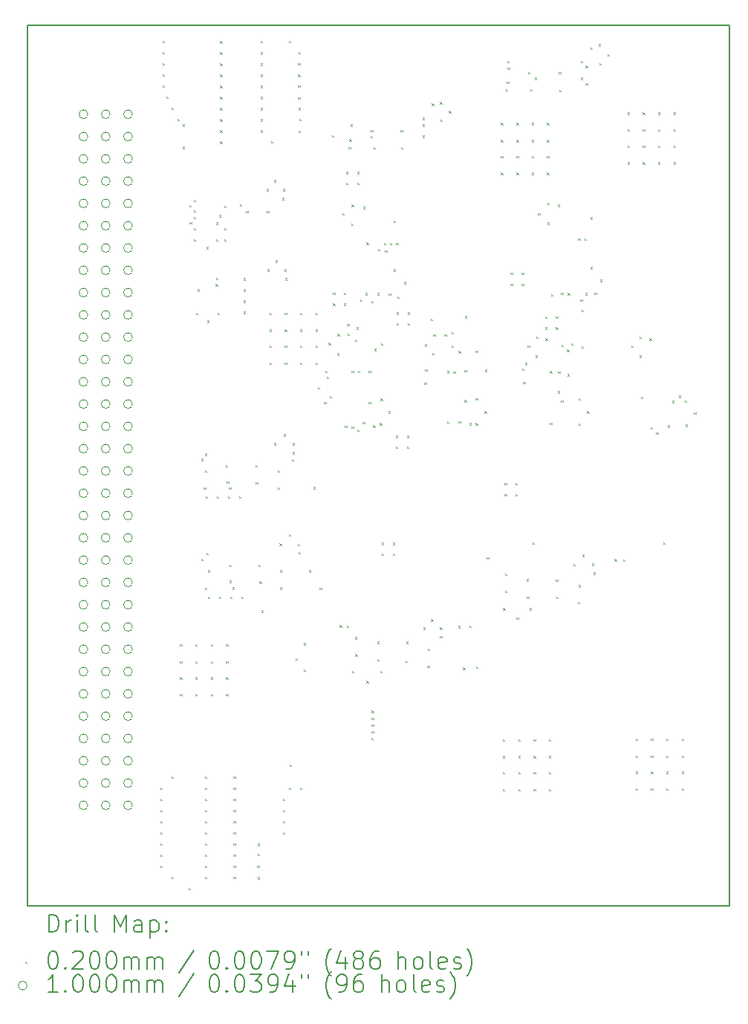
<source format=gbr>
%TF.GenerationSoftware,KiCad,Pcbnew,(7.0.0)*%
%TF.CreationDate,2023-12-30T22:17:36+02:00*%
%TF.ProjectId,alu,616c752e-6b69-4636-9164-5f7063625858,rev?*%
%TF.SameCoordinates,Original*%
%TF.FileFunction,Drillmap*%
%TF.FilePolarity,Positive*%
%FSLAX45Y45*%
G04 Gerber Fmt 4.5, Leading zero omitted, Abs format (unit mm)*
G04 Created by KiCad (PCBNEW (7.0.0)) date 2023-12-30 22:17:36*
%MOMM*%
%LPD*%
G01*
G04 APERTURE LIST*
%ADD10C,0.150000*%
%ADD11C,0.200000*%
%ADD12C,0.020000*%
%ADD13C,0.100000*%
G04 APERTURE END LIST*
D10*
X3810000Y-2667000D02*
X11811000Y-2667000D01*
X11811000Y-2667000D02*
X11811000Y-12700000D01*
X11811000Y-12700000D02*
X3810000Y-12700000D01*
X3810000Y-12700000D02*
X3810000Y-2667000D01*
D11*
D12*
X5324000Y-11356500D02*
X5344000Y-11376500D01*
X5344000Y-11356500D02*
X5324000Y-11376500D01*
X5324000Y-11483500D02*
X5344000Y-11503500D01*
X5344000Y-11483500D02*
X5324000Y-11503500D01*
X5324000Y-11610500D02*
X5344000Y-11630500D01*
X5344000Y-11610500D02*
X5324000Y-11630500D01*
X5324000Y-11737500D02*
X5344000Y-11757500D01*
X5344000Y-11737500D02*
X5324000Y-11757500D01*
X5324000Y-11864500D02*
X5344000Y-11884500D01*
X5344000Y-11864500D02*
X5324000Y-11884500D01*
X5324000Y-11991500D02*
X5344000Y-12011500D01*
X5344000Y-11991500D02*
X5324000Y-12011500D01*
X5324000Y-12118500D02*
X5344000Y-12138500D01*
X5344000Y-12118500D02*
X5324000Y-12138500D01*
X5324000Y-12245500D02*
X5344000Y-12265500D01*
X5344000Y-12245500D02*
X5324000Y-12265500D01*
X5344500Y-2847500D02*
X5364500Y-2867500D01*
X5364500Y-2847500D02*
X5344500Y-2867500D01*
X5344500Y-2974500D02*
X5364500Y-2994500D01*
X5364500Y-2974500D02*
X5344500Y-2994500D01*
X5344500Y-3101500D02*
X5364500Y-3121500D01*
X5364500Y-3101500D02*
X5344500Y-3121500D01*
X5344500Y-3228500D02*
X5364500Y-3248500D01*
X5364500Y-3228500D02*
X5344500Y-3248500D01*
X5344500Y-3355500D02*
X5364500Y-3375500D01*
X5364500Y-3355500D02*
X5344500Y-3375500D01*
X5387500Y-3482500D02*
X5407500Y-3502500D01*
X5407500Y-3482500D02*
X5387500Y-3502500D01*
X5451000Y-3609500D02*
X5471000Y-3629500D01*
X5471000Y-3609500D02*
X5451000Y-3629500D01*
X5451000Y-11229500D02*
X5471000Y-11249500D01*
X5471000Y-11229500D02*
X5451000Y-11249500D01*
X5451000Y-12372500D02*
X5471000Y-12392500D01*
X5471000Y-12372500D02*
X5451000Y-12392500D01*
X5514500Y-3736500D02*
X5534500Y-3756500D01*
X5534500Y-3736500D02*
X5514500Y-3756500D01*
X5545000Y-9722240D02*
X5565000Y-9742240D01*
X5565000Y-9722240D02*
X5545000Y-9742240D01*
X5545000Y-9915000D02*
X5565000Y-9935000D01*
X5565000Y-9915000D02*
X5545000Y-9935000D01*
X5545000Y-10097240D02*
X5565000Y-10117240D01*
X5565000Y-10097240D02*
X5545000Y-10117240D01*
X5545000Y-10290000D02*
X5565000Y-10310000D01*
X5565000Y-10290000D02*
X5545000Y-10310000D01*
X5578000Y-3800000D02*
X5598000Y-3820000D01*
X5598000Y-3800000D02*
X5578000Y-3820000D01*
X5578000Y-4054000D02*
X5598000Y-4074000D01*
X5598000Y-4054000D02*
X5578000Y-4074000D01*
X5641500Y-12499500D02*
X5661500Y-12519500D01*
X5661500Y-12499500D02*
X5641500Y-12519500D01*
X5650000Y-4716169D02*
X5670000Y-4736169D01*
X5670000Y-4716169D02*
X5650000Y-4736169D01*
X5655248Y-4910000D02*
X5675248Y-4930000D01*
X5675248Y-4910000D02*
X5655248Y-4930000D01*
X5703063Y-4655852D02*
X5723063Y-4675852D01*
X5723063Y-4655852D02*
X5703063Y-4675852D01*
X5705000Y-4777900D02*
X5725000Y-4797900D01*
X5725000Y-4777900D02*
X5705000Y-4797900D01*
X5705000Y-4854100D02*
X5725000Y-4874100D01*
X5725000Y-4854100D02*
X5705000Y-4874100D01*
X5705000Y-4981100D02*
X5725000Y-5001100D01*
X5725000Y-4981100D02*
X5705000Y-5001100D01*
X5705000Y-5108100D02*
X5725000Y-5128100D01*
X5725000Y-5108100D02*
X5705000Y-5128100D01*
X5720000Y-9722240D02*
X5740000Y-9742240D01*
X5740000Y-9722240D02*
X5720000Y-9742240D01*
X5720000Y-9915000D02*
X5740000Y-9935000D01*
X5740000Y-9915000D02*
X5720000Y-9935000D01*
X5720000Y-10097240D02*
X5740000Y-10117240D01*
X5740000Y-10097240D02*
X5720000Y-10117240D01*
X5720000Y-10290000D02*
X5740000Y-10310000D01*
X5740000Y-10290000D02*
X5720000Y-10310000D01*
X5730400Y-5946300D02*
X5750400Y-5966300D01*
X5750400Y-5946300D02*
X5730400Y-5966300D01*
X5743100Y-5679600D02*
X5763100Y-5699600D01*
X5763100Y-5679600D02*
X5743100Y-5699600D01*
X5790000Y-7610000D02*
X5810000Y-7630000D01*
X5810000Y-7610000D02*
X5790000Y-7630000D01*
X5790000Y-8747920D02*
X5810000Y-8767920D01*
X5810000Y-8747920D02*
X5790000Y-8767920D01*
X5816760Y-7935120D02*
X5836760Y-7955120D01*
X5836760Y-7935120D02*
X5816760Y-7955120D01*
X5832000Y-7549040D02*
X5852000Y-7569040D01*
X5852000Y-7549040D02*
X5832000Y-7569040D01*
X5832000Y-7742080D02*
X5852000Y-7762080D01*
X5852000Y-7742080D02*
X5832000Y-7762080D01*
X5832000Y-9078120D02*
X5852000Y-9098120D01*
X5852000Y-9078120D02*
X5832000Y-9098120D01*
X5832000Y-11229500D02*
X5852000Y-11249500D01*
X5852000Y-11229500D02*
X5832000Y-11249500D01*
X5832000Y-11356500D02*
X5852000Y-11376500D01*
X5852000Y-11356500D02*
X5832000Y-11376500D01*
X5832000Y-11483500D02*
X5852000Y-11503500D01*
X5852000Y-11483500D02*
X5832000Y-11503500D01*
X5832000Y-11610500D02*
X5852000Y-11630500D01*
X5852000Y-11610500D02*
X5832000Y-11630500D01*
X5832000Y-11737500D02*
X5852000Y-11757500D01*
X5852000Y-11737500D02*
X5832000Y-11757500D01*
X5832000Y-11864500D02*
X5852000Y-11884500D01*
X5852000Y-11864500D02*
X5832000Y-11884500D01*
X5832000Y-11991500D02*
X5852000Y-12011500D01*
X5852000Y-11991500D02*
X5832000Y-12011500D01*
X5832000Y-12118500D02*
X5852000Y-12138500D01*
X5852000Y-12118500D02*
X5832000Y-12138500D01*
X5832000Y-12245500D02*
X5852000Y-12265500D01*
X5852000Y-12245500D02*
X5832000Y-12265500D01*
X5832000Y-12372500D02*
X5852000Y-12392500D01*
X5852000Y-12372500D02*
X5832000Y-12392500D01*
X5837080Y-8036720D02*
X5857080Y-8056720D01*
X5857080Y-8036720D02*
X5837080Y-8056720D01*
X5844700Y-5197000D02*
X5864700Y-5217000D01*
X5864700Y-5197000D02*
X5844700Y-5217000D01*
X5847240Y-8681880D02*
X5867240Y-8701880D01*
X5867240Y-8681880D02*
X5847240Y-8701880D01*
X5857400Y-6035200D02*
X5877400Y-6055200D01*
X5877400Y-6035200D02*
X5857400Y-6055200D01*
X5862480Y-8880000D02*
X5882480Y-8900000D01*
X5882480Y-8880000D02*
X5862480Y-8900000D01*
X5862480Y-9179720D02*
X5882480Y-9199720D01*
X5882480Y-9179720D02*
X5862480Y-9199720D01*
X5895000Y-9722240D02*
X5915000Y-9742240D01*
X5915000Y-9722240D02*
X5895000Y-9742240D01*
X5895000Y-9915000D02*
X5915000Y-9935000D01*
X5915000Y-9915000D02*
X5895000Y-9935000D01*
X5895000Y-10097240D02*
X5915000Y-10117240D01*
X5915000Y-10097240D02*
X5895000Y-10117240D01*
X5895000Y-10290000D02*
X5915000Y-10310000D01*
X5915000Y-10290000D02*
X5895000Y-10310000D01*
X5953920Y-5618640D02*
X5973920Y-5638640D01*
X5973920Y-5618640D02*
X5953920Y-5638640D01*
X5959000Y-4917600D02*
X5979000Y-4937600D01*
X5979000Y-4917600D02*
X5959000Y-4937600D01*
X5959000Y-5108100D02*
X5979000Y-5128100D01*
X5979000Y-5108100D02*
X5959000Y-5128100D01*
X5959000Y-5547520D02*
X5979000Y-5567520D01*
X5979000Y-5547520D02*
X5959000Y-5567520D01*
X5964080Y-8036720D02*
X5984080Y-8056720D01*
X5984080Y-8036720D02*
X5964080Y-8056720D01*
X5971700Y-5946300D02*
X5991700Y-5966300D01*
X5991700Y-5946300D02*
X5971700Y-5966300D01*
X5989480Y-9179720D02*
X6009480Y-9199720D01*
X6009480Y-9179720D02*
X5989480Y-9199720D01*
X5990000Y-4830000D02*
X6010000Y-4850000D01*
X6010000Y-4830000D02*
X5990000Y-4850000D01*
X6004720Y-2850040D02*
X6024720Y-2870040D01*
X6024720Y-2850040D02*
X6004720Y-2870040D01*
X6004720Y-2977040D02*
X6024720Y-2997040D01*
X6024720Y-2977040D02*
X6004720Y-2997040D01*
X6004720Y-3104040D02*
X6024720Y-3124040D01*
X6024720Y-3104040D02*
X6004720Y-3124040D01*
X6004720Y-3231040D02*
X6024720Y-3251040D01*
X6024720Y-3231040D02*
X6004720Y-3251040D01*
X6004720Y-3358040D02*
X6024720Y-3378040D01*
X6024720Y-3358040D02*
X6004720Y-3378040D01*
X6004720Y-3485040D02*
X6024720Y-3505040D01*
X6024720Y-3485040D02*
X6004720Y-3505040D01*
X6004720Y-3612040D02*
X6024720Y-3632040D01*
X6024720Y-3612040D02*
X6004720Y-3632040D01*
X6004720Y-3739040D02*
X6024720Y-3759040D01*
X6024720Y-3739040D02*
X6004720Y-3759040D01*
X6004720Y-3866040D02*
X6024720Y-3886040D01*
X6024720Y-3866040D02*
X6004720Y-3886040D01*
X6004720Y-3993040D02*
X6024720Y-4013040D01*
X6024720Y-3993040D02*
X6004720Y-4013040D01*
X6050000Y-4724560D02*
X6070000Y-4744560D01*
X6070000Y-4724560D02*
X6050000Y-4744560D01*
X6050000Y-4978560D02*
X6070000Y-4998560D01*
X6070000Y-4978560D02*
X6050000Y-4998560D01*
X6050000Y-5105560D02*
X6070000Y-5125560D01*
X6070000Y-5105560D02*
X6050000Y-5125560D01*
X6065680Y-7681120D02*
X6085680Y-7701120D01*
X6085680Y-7681120D02*
X6065680Y-7701120D01*
X6070000Y-9722240D02*
X6090000Y-9742240D01*
X6090000Y-9722240D02*
X6070000Y-9742240D01*
X6070000Y-9915000D02*
X6090000Y-9935000D01*
X6090000Y-9915000D02*
X6070000Y-9935000D01*
X6070000Y-10097240D02*
X6090000Y-10117240D01*
X6090000Y-10097240D02*
X6070000Y-10117240D01*
X6070000Y-10290000D02*
X6090000Y-10310000D01*
X6090000Y-10290000D02*
X6070000Y-10310000D01*
X6080920Y-7869080D02*
X6100920Y-7889080D01*
X6100920Y-7869080D02*
X6080920Y-7889080D01*
X6091080Y-8036720D02*
X6111080Y-8056720D01*
X6111080Y-8036720D02*
X6091080Y-8056720D01*
X6106320Y-7935120D02*
X6126320Y-7955120D01*
X6126320Y-7935120D02*
X6106320Y-7955120D01*
X6111400Y-8813960D02*
X6131400Y-8833960D01*
X6131400Y-8813960D02*
X6111400Y-8833960D01*
X6111400Y-8996840D02*
X6131400Y-9016840D01*
X6131400Y-8996840D02*
X6111400Y-9016840D01*
X6116480Y-9179720D02*
X6136480Y-9199720D01*
X6136480Y-9179720D02*
X6116480Y-9199720D01*
X6141880Y-9073040D02*
X6161880Y-9093040D01*
X6161880Y-9073040D02*
X6141880Y-9093040D01*
X6157120Y-11226960D02*
X6177120Y-11246960D01*
X6177120Y-11226960D02*
X6157120Y-11246960D01*
X6157120Y-11353960D02*
X6177120Y-11373960D01*
X6177120Y-11353960D02*
X6157120Y-11373960D01*
X6157120Y-11480960D02*
X6177120Y-11500960D01*
X6177120Y-11480960D02*
X6157120Y-11500960D01*
X6157120Y-11607960D02*
X6177120Y-11627960D01*
X6177120Y-11607960D02*
X6157120Y-11627960D01*
X6157120Y-11734960D02*
X6177120Y-11754960D01*
X6177120Y-11734960D02*
X6157120Y-11754960D01*
X6157120Y-11861960D02*
X6177120Y-11881960D01*
X6177120Y-11861960D02*
X6157120Y-11881960D01*
X6157120Y-11988960D02*
X6177120Y-12008960D01*
X6177120Y-11988960D02*
X6157120Y-12008960D01*
X6157120Y-12115960D02*
X6177120Y-12135960D01*
X6177120Y-12115960D02*
X6157120Y-12135960D01*
X6157120Y-12242960D02*
X6177120Y-12262960D01*
X6177120Y-12242960D02*
X6157120Y-12262960D01*
X6157120Y-12369960D02*
X6177120Y-12389960D01*
X6177120Y-12369960D02*
X6157120Y-12389960D01*
X6218080Y-8036720D02*
X6238080Y-8056720D01*
X6238080Y-8036720D02*
X6218080Y-8056720D01*
X6230000Y-4710000D02*
X6250000Y-4730000D01*
X6250000Y-4710000D02*
X6230000Y-4730000D01*
X6243480Y-9179720D02*
X6263480Y-9199720D01*
X6263480Y-9179720D02*
X6243480Y-9199720D01*
X6268880Y-5552600D02*
X6288880Y-5572600D01*
X6288880Y-5552600D02*
X6268880Y-5572600D01*
X6268880Y-5679600D02*
X6288880Y-5699600D01*
X6288880Y-5679600D02*
X6268880Y-5699600D01*
X6268880Y-5806600D02*
X6288880Y-5826600D01*
X6288880Y-5806600D02*
X6268880Y-5826600D01*
X6268880Y-5933600D02*
X6288880Y-5953600D01*
X6288880Y-5933600D02*
X6268880Y-5953600D01*
X6299360Y-4785520D02*
X6319360Y-4805520D01*
X6319360Y-4785520D02*
X6299360Y-4805520D01*
X6406040Y-7681120D02*
X6426040Y-7701120D01*
X6426040Y-7681120D02*
X6406040Y-7701120D01*
X6411120Y-7874160D02*
X6431120Y-7894160D01*
X6431120Y-7874160D02*
X6411120Y-7894160D01*
X6426360Y-12242960D02*
X6446360Y-12262960D01*
X6446360Y-12242960D02*
X6426360Y-12262960D01*
X6431440Y-11994040D02*
X6451440Y-12014040D01*
X6451440Y-11994040D02*
X6431440Y-12014040D01*
X6431440Y-12110880D02*
X6451440Y-12130880D01*
X6451440Y-12110880D02*
X6431440Y-12130880D01*
X6431440Y-12374868D02*
X6451440Y-12394868D01*
X6451440Y-12374868D02*
X6431440Y-12394868D01*
X6441600Y-8813960D02*
X6461600Y-8833960D01*
X6461600Y-8813960D02*
X6441600Y-8833960D01*
X6451760Y-9007000D02*
X6471760Y-9027000D01*
X6471760Y-9007000D02*
X6451760Y-9027000D01*
X6467000Y-2847500D02*
X6487000Y-2867500D01*
X6487000Y-2847500D02*
X6467000Y-2867500D01*
X6467000Y-2977040D02*
X6487000Y-2997040D01*
X6487000Y-2977040D02*
X6467000Y-2997040D01*
X6467000Y-3104040D02*
X6487000Y-3124040D01*
X6487000Y-3104040D02*
X6467000Y-3124040D01*
X6467000Y-3231040D02*
X6487000Y-3251040D01*
X6487000Y-3231040D02*
X6467000Y-3251040D01*
X6467000Y-3358040D02*
X6487000Y-3378040D01*
X6487000Y-3358040D02*
X6467000Y-3378040D01*
X6467000Y-3485040D02*
X6487000Y-3505040D01*
X6487000Y-3485040D02*
X6467000Y-3505040D01*
X6467000Y-3612040D02*
X6487000Y-3632040D01*
X6487000Y-3612040D02*
X6467000Y-3632040D01*
X6467000Y-3739040D02*
X6487000Y-3759040D01*
X6487000Y-3739040D02*
X6467000Y-3759040D01*
X6467000Y-3866040D02*
X6487000Y-3886040D01*
X6487000Y-3866040D02*
X6467000Y-3886040D01*
X6472080Y-9337200D02*
X6492080Y-9357200D01*
X6492080Y-9337200D02*
X6472080Y-9357200D01*
X6530500Y-4536600D02*
X6550500Y-4556600D01*
X6550500Y-4536600D02*
X6530500Y-4556600D01*
X6538120Y-4785520D02*
X6558120Y-4805520D01*
X6558120Y-4785520D02*
X6538120Y-4805520D01*
X6543200Y-5451000D02*
X6563200Y-5471000D01*
X6563200Y-5451000D02*
X6543200Y-5471000D01*
X6565000Y-5942240D02*
X6585000Y-5962240D01*
X6585000Y-5942240D02*
X6565000Y-5962240D01*
X6565000Y-6135000D02*
X6585000Y-6155000D01*
X6585000Y-6135000D02*
X6565000Y-6155000D01*
X6565000Y-6317240D02*
X6585000Y-6337240D01*
X6585000Y-6317240D02*
X6565000Y-6337240D01*
X6565000Y-6510000D02*
X6585000Y-6530000D01*
X6585000Y-6510000D02*
X6565000Y-6530000D01*
X6581300Y-3990500D02*
X6601300Y-4010500D01*
X6601300Y-3990500D02*
X6581300Y-4010500D01*
X6619400Y-4435000D02*
X6639400Y-4455000D01*
X6639400Y-4435000D02*
X6619400Y-4455000D01*
X6619400Y-7432200D02*
X6639400Y-7452200D01*
X6639400Y-7432200D02*
X6619400Y-7452200D01*
X6632100Y-5349400D02*
X6652100Y-5369400D01*
X6652100Y-5349400D02*
X6632100Y-5369400D01*
X6660040Y-7742080D02*
X6680040Y-7762080D01*
X6680040Y-7742080D02*
X6660040Y-7762080D01*
X6660040Y-7935120D02*
X6680040Y-7955120D01*
X6680040Y-7935120D02*
X6660040Y-7955120D01*
X6680360Y-8575200D02*
X6700360Y-8595200D01*
X6700360Y-8575200D02*
X6680360Y-8595200D01*
X6685440Y-8880000D02*
X6705440Y-8900000D01*
X6705440Y-8880000D02*
X6685440Y-8900000D01*
X6685440Y-9073040D02*
X6705440Y-9093040D01*
X6705440Y-9073040D02*
X6685440Y-9093040D01*
X6708300Y-4638200D02*
X6728300Y-4658200D01*
X6728300Y-4638200D02*
X6708300Y-4658200D01*
X6721000Y-4536600D02*
X6741000Y-4556600D01*
X6741000Y-4536600D02*
X6721000Y-4556600D01*
X6721000Y-11483500D02*
X6741000Y-11503500D01*
X6741000Y-11483500D02*
X6721000Y-11503500D01*
X6721000Y-11610500D02*
X6741000Y-11630500D01*
X6741000Y-11610500D02*
X6721000Y-11630500D01*
X6721000Y-11737500D02*
X6741000Y-11757500D01*
X6741000Y-11737500D02*
X6721000Y-11757500D01*
X6721000Y-11864500D02*
X6741000Y-11884500D01*
X6741000Y-11864500D02*
X6721000Y-11884500D01*
X6726080Y-7330600D02*
X6746080Y-7350600D01*
X6746080Y-7330600D02*
X6726080Y-7350600D01*
X6733700Y-5451000D02*
X6753700Y-5471000D01*
X6753700Y-5451000D02*
X6733700Y-5471000D01*
X6740000Y-5942240D02*
X6760000Y-5962240D01*
X6760000Y-5942240D02*
X6740000Y-5962240D01*
X6740000Y-6135000D02*
X6760000Y-6155000D01*
X6760000Y-6135000D02*
X6740000Y-6155000D01*
X6740000Y-6317240D02*
X6760000Y-6337240D01*
X6760000Y-6317240D02*
X6740000Y-6337240D01*
X6740000Y-6510000D02*
X6760000Y-6530000D01*
X6760000Y-6510000D02*
X6740000Y-6530000D01*
X6746400Y-5552600D02*
X6766400Y-5572600D01*
X6766400Y-5552600D02*
X6746400Y-5572600D01*
X6784500Y-2847500D02*
X6804500Y-2867500D01*
X6804500Y-2847500D02*
X6784500Y-2867500D01*
X6784500Y-11356500D02*
X6804500Y-11376500D01*
X6804500Y-11356500D02*
X6784500Y-11376500D01*
X6787040Y-8468520D02*
X6807040Y-8488520D01*
X6807040Y-8468520D02*
X6787040Y-8488520D01*
X6797200Y-11094880D02*
X6817200Y-11114880D01*
X6817200Y-11094880D02*
X6797200Y-11114880D01*
X6822600Y-7615080D02*
X6842600Y-7635080D01*
X6842600Y-7615080D02*
X6822600Y-7635080D01*
X6827680Y-7432200D02*
X6847680Y-7452200D01*
X6847680Y-7432200D02*
X6827680Y-7452200D01*
X6827680Y-7533800D02*
X6847680Y-7553800D01*
X6847680Y-7533800D02*
X6827680Y-7553800D01*
X6863240Y-9880760D02*
X6883240Y-9900760D01*
X6883240Y-9880760D02*
X6863240Y-9900760D01*
X6888640Y-8580280D02*
X6908640Y-8600280D01*
X6908640Y-8580280D02*
X6888640Y-8600280D01*
X6891688Y-3231040D02*
X6911688Y-3251040D01*
X6911688Y-3231040D02*
X6891688Y-3251040D01*
X6893720Y-3098960D02*
X6913720Y-3118960D01*
X6913720Y-3098960D02*
X6893720Y-3118960D01*
X6893720Y-3352960D02*
X6913720Y-3372960D01*
X6913720Y-3352960D02*
X6893720Y-3372960D01*
X6893720Y-3490120D02*
X6913720Y-3510120D01*
X6913720Y-3490120D02*
X6893720Y-3510120D01*
X6898800Y-2974500D02*
X6918800Y-2994500D01*
X6918800Y-2974500D02*
X6898800Y-2994500D01*
X6898800Y-3612040D02*
X6918800Y-3632040D01*
X6918800Y-3612040D02*
X6898800Y-3632040D01*
X6898800Y-3871120D02*
X6918800Y-3891120D01*
X6918800Y-3871120D02*
X6898800Y-3891120D01*
X6898800Y-8671720D02*
X6918800Y-8691720D01*
X6918800Y-8671720D02*
X6898800Y-8691720D01*
X6903880Y-3733960D02*
X6923880Y-3753960D01*
X6923880Y-3733960D02*
X6903880Y-3753960D01*
X6911500Y-11356500D02*
X6931500Y-11376500D01*
X6931500Y-11356500D02*
X6911500Y-11376500D01*
X6915000Y-5942240D02*
X6935000Y-5962240D01*
X6935000Y-5942240D02*
X6915000Y-5962240D01*
X6915000Y-6135000D02*
X6935000Y-6155000D01*
X6935000Y-6135000D02*
X6915000Y-6155000D01*
X6915000Y-6317240D02*
X6935000Y-6337240D01*
X6935000Y-6317240D02*
X6915000Y-6337240D01*
X6915000Y-6510000D02*
X6935000Y-6530000D01*
X6935000Y-6510000D02*
X6915000Y-6530000D01*
X6954680Y-9708040D02*
X6974680Y-9728040D01*
X6974680Y-9708040D02*
X6954680Y-9728040D01*
X6954680Y-10007760D02*
X6974680Y-10027760D01*
X6974680Y-10007760D02*
X6954680Y-10027760D01*
X7015640Y-8880000D02*
X7035640Y-8900000D01*
X7035640Y-8880000D02*
X7015640Y-8900000D01*
X7066440Y-7930040D02*
X7086440Y-7950040D01*
X7086440Y-7930040D02*
X7066440Y-7950040D01*
X7090000Y-5942240D02*
X7110000Y-5962240D01*
X7110000Y-5942240D02*
X7090000Y-5962240D01*
X7090000Y-6135000D02*
X7110000Y-6155000D01*
X7110000Y-6135000D02*
X7090000Y-6155000D01*
X7090000Y-6317240D02*
X7110000Y-6337240D01*
X7110000Y-6317240D02*
X7090000Y-6337240D01*
X7090000Y-6510000D02*
X7110000Y-6530000D01*
X7110000Y-6510000D02*
X7090000Y-6530000D01*
X7117240Y-6792120D02*
X7137240Y-6812120D01*
X7137240Y-6792120D02*
X7117240Y-6812120D01*
X7137560Y-9078120D02*
X7157560Y-9098120D01*
X7157560Y-9078120D02*
X7137560Y-9098120D01*
X7188360Y-6959760D02*
X7208360Y-6979760D01*
X7208360Y-6959760D02*
X7188360Y-6979760D01*
X7203600Y-6604160D02*
X7223600Y-6624160D01*
X7223600Y-6604160D02*
X7203600Y-6624160D01*
X7218840Y-6675280D02*
X7238840Y-6695280D01*
X7238840Y-6675280D02*
X7218840Y-6695280D01*
X7239160Y-6289200D02*
X7259160Y-6309200D01*
X7259160Y-6289200D02*
X7239160Y-6309200D01*
X7250000Y-6893720D02*
X7270000Y-6913720D01*
X7270000Y-6893720D02*
X7250000Y-6913720D01*
X7279800Y-3921920D02*
X7299800Y-3941920D01*
X7299800Y-3921920D02*
X7279800Y-3941920D01*
X7290000Y-5715000D02*
X7310000Y-5735000D01*
X7310000Y-5715000D02*
X7290000Y-5735000D01*
X7290000Y-5840000D02*
X7310000Y-5860000D01*
X7310000Y-5840000D02*
X7290000Y-5860000D01*
X7335680Y-6406040D02*
X7355680Y-6426040D01*
X7355680Y-6406040D02*
X7335680Y-6426040D01*
X7340760Y-6187600D02*
X7360760Y-6207600D01*
X7360760Y-6187600D02*
X7340760Y-6207600D01*
X7366160Y-9504840D02*
X7386160Y-9524840D01*
X7386160Y-9504840D02*
X7366160Y-9524840D01*
X7396640Y-4810920D02*
X7416640Y-4830920D01*
X7416640Y-4810920D02*
X7396640Y-4830920D01*
X7415000Y-5715000D02*
X7435000Y-5735000D01*
X7435000Y-5715000D02*
X7415000Y-5735000D01*
X7415000Y-5840000D02*
X7435000Y-5860000D01*
X7435000Y-5840000D02*
X7415000Y-5860000D01*
X7427120Y-7234080D02*
X7447120Y-7254080D01*
X7447120Y-7234080D02*
X7427120Y-7254080D01*
X7440000Y-4340000D02*
X7460000Y-4360000D01*
X7460000Y-4340000D02*
X7440000Y-4360000D01*
X7440000Y-4465000D02*
X7460000Y-4485000D01*
X7460000Y-4465000D02*
X7440000Y-4485000D01*
X7447440Y-9509920D02*
X7467440Y-9529920D01*
X7467440Y-9509920D02*
X7447440Y-9529920D01*
X7452520Y-6070760D02*
X7472520Y-6090760D01*
X7472520Y-6070760D02*
X7452520Y-6090760D01*
X7457600Y-6182520D02*
X7477600Y-6202520D01*
X7477600Y-6182520D02*
X7457600Y-6202520D01*
X7467760Y-4059080D02*
X7487760Y-4079080D01*
X7487760Y-4059080D02*
X7467760Y-4079080D01*
X7477920Y-3967640D02*
X7497920Y-3987640D01*
X7497920Y-3967640D02*
X7477920Y-3987640D01*
X7488080Y-3800000D02*
X7508080Y-3820000D01*
X7508080Y-3800000D02*
X7488080Y-3820000D01*
X7498240Y-4927760D02*
X7518240Y-4947760D01*
X7518240Y-4927760D02*
X7498240Y-4947760D01*
X7503320Y-4714400D02*
X7523320Y-4734400D01*
X7523320Y-4714400D02*
X7503320Y-4734400D01*
X7503320Y-6604160D02*
X7523320Y-6624160D01*
X7523320Y-6604160D02*
X7503320Y-6624160D01*
X7503320Y-7239160D02*
X7523320Y-7259160D01*
X7523320Y-7239160D02*
X7503320Y-7259160D01*
X7508400Y-10028080D02*
X7528400Y-10048080D01*
X7528400Y-10028080D02*
X7508400Y-10048080D01*
X7538880Y-6248560D02*
X7558880Y-6268560D01*
X7558880Y-6248560D02*
X7538880Y-6268560D01*
X7538880Y-9642000D02*
X7558880Y-9662000D01*
X7558880Y-9642000D02*
X7538880Y-9662000D01*
X7543960Y-9835040D02*
X7563960Y-9855040D01*
X7563960Y-9835040D02*
X7543960Y-9855040D01*
X7559200Y-6111400D02*
X7579200Y-6131400D01*
X7579200Y-6111400D02*
X7559200Y-6131400D01*
X7564280Y-7274720D02*
X7584280Y-7294720D01*
X7584280Y-7274720D02*
X7564280Y-7294720D01*
X7565000Y-4340000D02*
X7585000Y-4360000D01*
X7585000Y-4340000D02*
X7565000Y-4360000D01*
X7565000Y-4465000D02*
X7585000Y-4485000D01*
X7585000Y-4465000D02*
X7565000Y-4485000D01*
X7574440Y-6604160D02*
X7594440Y-6624160D01*
X7594440Y-6604160D02*
X7574440Y-6624160D01*
X7599840Y-5790000D02*
X7619840Y-5810000D01*
X7619840Y-5790000D02*
X7599840Y-5810000D01*
X7630320Y-7188360D02*
X7650320Y-7208360D01*
X7650320Y-7188360D02*
X7630320Y-7208360D01*
X7635400Y-4739800D02*
X7655400Y-4759800D01*
X7655400Y-4739800D02*
X7635400Y-4759800D01*
X7660800Y-5720240D02*
X7680800Y-5740240D01*
X7680800Y-5720240D02*
X7660800Y-5740240D01*
X7670960Y-5146200D02*
X7690960Y-5166200D01*
X7690960Y-5146200D02*
X7670960Y-5166200D01*
X7670960Y-10139840D02*
X7690960Y-10159840D01*
X7690960Y-10139840D02*
X7670960Y-10159840D01*
X7696360Y-6604160D02*
X7716360Y-6624160D01*
X7716360Y-6604160D02*
X7696360Y-6624160D01*
X7696480Y-6959760D02*
X7716480Y-6979760D01*
X7716480Y-6959760D02*
X7696480Y-6979760D01*
X7716680Y-3932080D02*
X7736680Y-3952080D01*
X7736680Y-3932080D02*
X7716680Y-3952080D01*
X7721760Y-3860960D02*
X7741760Y-3880960D01*
X7741760Y-3860960D02*
X7721760Y-3880960D01*
X7726840Y-5810000D02*
X7746840Y-5830000D01*
X7746840Y-5810000D02*
X7726840Y-5830000D01*
X7726840Y-10790080D02*
X7746840Y-10810080D01*
X7746840Y-10790080D02*
X7726840Y-10810080D01*
X7731920Y-10480200D02*
X7751920Y-10500200D01*
X7751920Y-10480200D02*
X7731920Y-10500200D01*
X7731920Y-10561480D02*
X7751920Y-10581480D01*
X7751920Y-10561480D02*
X7731920Y-10581480D01*
X7731920Y-10637680D02*
X7751920Y-10657680D01*
X7751920Y-10637680D02*
X7731920Y-10657680D01*
X7731920Y-10713880D02*
X7751920Y-10733880D01*
X7751920Y-10713880D02*
X7731920Y-10733880D01*
X7747160Y-7229000D02*
X7767160Y-7249000D01*
X7767160Y-7229000D02*
X7747160Y-7249000D01*
X7752240Y-4059080D02*
X7772240Y-4079080D01*
X7772240Y-4059080D02*
X7752240Y-4079080D01*
X7762400Y-6355240D02*
X7782400Y-6375240D01*
X7782400Y-6355240D02*
X7762400Y-6375240D01*
X7792880Y-5720240D02*
X7812880Y-5740240D01*
X7812880Y-5720240D02*
X7792880Y-5740240D01*
X7792880Y-9692800D02*
X7812880Y-9712800D01*
X7812880Y-9692800D02*
X7792880Y-9712800D01*
X7792880Y-9890920D02*
X7812880Y-9910920D01*
X7812880Y-9890920D02*
X7792880Y-9910920D01*
X7803595Y-5216405D02*
X7823595Y-5236405D01*
X7823595Y-5216405D02*
X7803595Y-5236405D01*
X7823360Y-7203600D02*
X7843360Y-7223600D01*
X7843360Y-7203600D02*
X7823360Y-7223600D01*
X7828440Y-10028080D02*
X7848440Y-10048080D01*
X7848440Y-10028080D02*
X7828440Y-10048080D01*
X7833520Y-6924200D02*
X7853520Y-6944200D01*
X7853520Y-6924200D02*
X7833520Y-6944200D01*
X7833710Y-6290000D02*
X7853710Y-6310000D01*
X7853710Y-6290000D02*
X7833710Y-6310000D01*
X7845000Y-8565000D02*
X7865000Y-8585000D01*
X7865000Y-8565000D02*
X7845000Y-8585000D01*
X7845000Y-8690000D02*
X7865000Y-8710000D01*
X7865000Y-8690000D02*
X7845000Y-8710000D01*
X7869080Y-5151280D02*
X7889080Y-5171280D01*
X7889080Y-5151280D02*
X7869080Y-5171280D01*
X7884075Y-5235925D02*
X7904075Y-5255925D01*
X7904075Y-5235925D02*
X7884075Y-5255925D01*
X7919880Y-7066440D02*
X7939880Y-7086440D01*
X7939880Y-7066440D02*
X7919880Y-7086440D01*
X7924960Y-5725320D02*
X7944960Y-5745320D01*
X7944960Y-5725320D02*
X7924960Y-5745320D01*
X7940200Y-5151280D02*
X7960200Y-5171280D01*
X7960200Y-5151280D02*
X7940200Y-5171280D01*
X7970000Y-8565000D02*
X7990000Y-8585000D01*
X7990000Y-8565000D02*
X7970000Y-8585000D01*
X7970000Y-8690000D02*
X7990000Y-8710000D01*
X7990000Y-8690000D02*
X7970000Y-8710000D01*
X7980840Y-5451000D02*
X8000840Y-5471000D01*
X8000840Y-5451000D02*
X7980840Y-5471000D01*
X7982800Y-4896700D02*
X8002800Y-4916700D01*
X8002800Y-4896700D02*
X7982800Y-4916700D01*
X8005000Y-7345000D02*
X8025000Y-7365000D01*
X8025000Y-7345000D02*
X8005000Y-7365000D01*
X8005000Y-7470000D02*
X8025000Y-7490000D01*
X8025000Y-7470000D02*
X8005000Y-7490000D01*
X8011320Y-5151280D02*
X8031320Y-5171280D01*
X8031320Y-5151280D02*
X8011320Y-5171280D01*
X8015000Y-5940000D02*
X8035000Y-5960000D01*
X8035000Y-5940000D02*
X8015000Y-5960000D01*
X8015000Y-6065000D02*
X8035000Y-6085000D01*
X8035000Y-6065000D02*
X8015000Y-6085000D01*
X8021081Y-5758918D02*
X8041081Y-5778918D01*
X8041081Y-5758918D02*
X8021081Y-5778918D01*
X8062120Y-3860960D02*
X8082120Y-3880960D01*
X8082120Y-3860960D02*
X8062120Y-3880960D01*
X8067200Y-4059080D02*
X8087200Y-4079080D01*
X8087200Y-4059080D02*
X8067200Y-4079080D01*
X8097680Y-5593240D02*
X8117680Y-5613240D01*
X8117680Y-5593240D02*
X8097680Y-5613240D01*
X8118000Y-9906160D02*
X8138000Y-9926160D01*
X8138000Y-9906160D02*
X8118000Y-9926160D01*
X8123080Y-9692800D02*
X8143080Y-9712800D01*
X8143080Y-9692800D02*
X8123080Y-9712800D01*
X8130000Y-7345000D02*
X8150000Y-7365000D01*
X8150000Y-7345000D02*
X8130000Y-7365000D01*
X8130000Y-7470000D02*
X8150000Y-7490000D01*
X8150000Y-7470000D02*
X8130000Y-7490000D01*
X8140000Y-5940000D02*
X8160000Y-5960000D01*
X8160000Y-5940000D02*
X8140000Y-5960000D01*
X8140000Y-6065000D02*
X8160000Y-6085000D01*
X8160000Y-6065000D02*
X8140000Y-6085000D01*
X8308500Y-3723800D02*
X8328500Y-3743800D01*
X8328500Y-3723800D02*
X8308500Y-3743800D01*
X8308500Y-3800000D02*
X8328500Y-3820000D01*
X8328500Y-3800000D02*
X8308500Y-3820000D01*
X8311040Y-3927000D02*
X8331040Y-3947000D01*
X8331040Y-3927000D02*
X8311040Y-3947000D01*
X8321200Y-9530240D02*
X8341200Y-9550240D01*
X8341200Y-9530240D02*
X8321200Y-9550240D01*
X8331360Y-6741320D02*
X8351360Y-6761320D01*
X8351360Y-6741320D02*
X8331360Y-6761320D01*
X8336440Y-6304440D02*
X8356440Y-6324440D01*
X8356440Y-6304440D02*
X8336440Y-6324440D01*
X8341520Y-6588920D02*
X8361520Y-6608920D01*
X8361520Y-6588920D02*
X8341520Y-6608920D01*
X8366920Y-9967120D02*
X8386920Y-9987120D01*
X8386920Y-9967120D02*
X8366920Y-9987120D01*
X8372000Y-9774080D02*
X8392000Y-9794080D01*
X8392000Y-9774080D02*
X8372000Y-9794080D01*
X8402480Y-6014880D02*
X8422480Y-6034880D01*
X8422480Y-6014880D02*
X8402480Y-6034880D01*
X8407560Y-9438800D02*
X8427560Y-9458800D01*
X8427560Y-9438800D02*
X8407560Y-9458800D01*
X8417720Y-3561240D02*
X8437720Y-3581240D01*
X8437720Y-3561240D02*
X8417720Y-3581240D01*
X8422800Y-6400960D02*
X8442800Y-6420960D01*
X8442800Y-6400960D02*
X8422800Y-6420960D01*
X8432960Y-6192680D02*
X8452960Y-6212680D01*
X8452960Y-6192680D02*
X8432960Y-6212680D01*
X8509160Y-3546000D02*
X8529160Y-3566000D01*
X8529160Y-3546000D02*
X8509160Y-3566000D01*
X8509160Y-9530240D02*
X8529160Y-9550240D01*
X8529160Y-9530240D02*
X8509160Y-9550240D01*
X8509160Y-9626760D02*
X8529160Y-9646760D01*
X8529160Y-9626760D02*
X8509160Y-9646760D01*
X8514240Y-3744120D02*
X8534240Y-3764120D01*
X8534240Y-3744120D02*
X8514240Y-3764120D01*
X8559960Y-6192680D02*
X8579960Y-6212680D01*
X8579960Y-6192680D02*
X8559960Y-6212680D01*
X8590440Y-6609240D02*
X8610440Y-6629240D01*
X8610440Y-6609240D02*
X8590440Y-6629240D01*
X8590440Y-7183280D02*
X8610440Y-7203280D01*
X8610440Y-7183280D02*
X8590440Y-7203280D01*
X8610760Y-3647600D02*
X8630760Y-3667600D01*
X8630760Y-3647600D02*
X8610760Y-3667600D01*
X8640000Y-6165000D02*
X8660000Y-6185000D01*
X8660000Y-6165000D02*
X8640000Y-6185000D01*
X8640000Y-6315000D02*
X8660000Y-6335000D01*
X8660000Y-6315000D02*
X8640000Y-6335000D01*
X8661560Y-6614320D02*
X8681560Y-6634320D01*
X8681560Y-6614320D02*
X8661560Y-6634320D01*
X8717440Y-9515000D02*
X8737440Y-9535000D01*
X8737440Y-9515000D02*
X8717440Y-9535000D01*
X8722520Y-6380640D02*
X8742520Y-6400640D01*
X8742520Y-6380640D02*
X8722520Y-6400640D01*
X8722520Y-7183280D02*
X8742520Y-7203280D01*
X8742520Y-7183280D02*
X8722520Y-7203280D01*
X8773320Y-9987440D02*
X8793320Y-10007440D01*
X8793320Y-9987440D02*
X8773320Y-10007440D01*
X8788560Y-6599080D02*
X8808560Y-6619080D01*
X8808560Y-6599080D02*
X8788560Y-6619080D01*
X8788560Y-6939440D02*
X8808560Y-6959440D01*
X8808560Y-6939440D02*
X8788560Y-6959440D01*
X8791100Y-5984400D02*
X8811100Y-6004400D01*
X8811100Y-5984400D02*
X8791100Y-6004400D01*
X8844440Y-7203600D02*
X8864440Y-7223600D01*
X8864440Y-7203600D02*
X8844440Y-7223600D01*
X8844440Y-9509920D02*
X8864440Y-9529920D01*
X8864440Y-9509920D02*
X8844440Y-9529920D01*
X8915560Y-6375560D02*
X8935560Y-6395560D01*
X8935560Y-6375560D02*
X8915560Y-6395560D01*
X8915560Y-6919120D02*
X8935560Y-6939120D01*
X8935560Y-6919120D02*
X8915560Y-6939120D01*
X8915560Y-7203600D02*
X8935560Y-7223600D01*
X8935560Y-7203600D02*
X8915560Y-7223600D01*
X8920989Y-9977280D02*
X8940989Y-9997280D01*
X8940989Y-9977280D02*
X8920989Y-9997280D01*
X9017160Y-7066440D02*
X9037160Y-7086440D01*
X9037160Y-7066440D02*
X9017160Y-7086440D01*
X9022240Y-6594000D02*
X9042240Y-6614000D01*
X9042240Y-6594000D02*
X9022240Y-6614000D01*
X9042560Y-8732680D02*
X9062560Y-8752680D01*
X9062560Y-8732680D02*
X9042560Y-8752680D01*
X9205000Y-3782240D02*
X9225000Y-3802240D01*
X9225000Y-3782240D02*
X9205000Y-3802240D01*
X9205000Y-3975000D02*
X9225000Y-3995000D01*
X9225000Y-3975000D02*
X9205000Y-3995000D01*
X9205000Y-4157240D02*
X9225000Y-4177240D01*
X9225000Y-4157240D02*
X9205000Y-4177240D01*
X9205000Y-4350000D02*
X9225000Y-4370000D01*
X9225000Y-4350000D02*
X9205000Y-4370000D01*
X9225000Y-10802240D02*
X9245000Y-10822240D01*
X9245000Y-10802240D02*
X9225000Y-10822240D01*
X9225000Y-10995000D02*
X9245000Y-11015000D01*
X9245000Y-10995000D02*
X9225000Y-11015000D01*
X9225000Y-11177240D02*
X9245000Y-11197240D01*
X9245000Y-11177240D02*
X9225000Y-11197240D01*
X9225000Y-11370000D02*
X9245000Y-11390000D01*
X9245000Y-11370000D02*
X9225000Y-11390000D01*
X9230520Y-9311800D02*
X9250520Y-9331800D01*
X9250520Y-9311800D02*
X9230520Y-9331800D01*
X9245000Y-7885000D02*
X9265000Y-7905000D01*
X9265000Y-7885000D02*
X9245000Y-7905000D01*
X9245000Y-8010000D02*
X9265000Y-8030000D01*
X9265000Y-8010000D02*
X9245000Y-8030000D01*
X9250840Y-8915560D02*
X9270840Y-8935560D01*
X9270840Y-8915560D02*
X9250840Y-8935560D01*
X9250840Y-9113680D02*
X9270840Y-9133680D01*
X9270840Y-9113680D02*
X9250840Y-9133680D01*
X9261000Y-3398680D02*
X9281000Y-3418680D01*
X9281000Y-3398680D02*
X9261000Y-3418680D01*
X9271160Y-3312320D02*
X9291160Y-3332320D01*
X9291160Y-3312320D02*
X9271160Y-3332320D01*
X9273700Y-3076100D02*
X9293700Y-3096100D01*
X9293700Y-3076100D02*
X9273700Y-3096100D01*
X9281320Y-3149760D02*
X9301320Y-3169760D01*
X9301320Y-3149760D02*
X9281320Y-3169760D01*
X9315000Y-5490000D02*
X9335000Y-5510000D01*
X9335000Y-5490000D02*
X9315000Y-5510000D01*
X9315000Y-5615000D02*
X9335000Y-5635000D01*
X9335000Y-5615000D02*
X9315000Y-5635000D01*
X9370000Y-7885000D02*
X9390000Y-7905000D01*
X9390000Y-7885000D02*
X9370000Y-7905000D01*
X9370000Y-8010000D02*
X9390000Y-8030000D01*
X9390000Y-8010000D02*
X9370000Y-8030000D01*
X9380000Y-3782240D02*
X9400000Y-3802240D01*
X9400000Y-3782240D02*
X9380000Y-3802240D01*
X9380000Y-3975000D02*
X9400000Y-3995000D01*
X9400000Y-3975000D02*
X9380000Y-3995000D01*
X9380000Y-4157240D02*
X9400000Y-4177240D01*
X9400000Y-4157240D02*
X9380000Y-4177240D01*
X9380000Y-4350000D02*
X9400000Y-4370000D01*
X9400000Y-4350000D02*
X9380000Y-4370000D01*
X9382920Y-9418480D02*
X9402920Y-9438480D01*
X9402920Y-9418480D02*
X9382920Y-9438480D01*
X9400000Y-10802240D02*
X9420000Y-10822240D01*
X9420000Y-10802240D02*
X9400000Y-10822240D01*
X9400000Y-10995000D02*
X9420000Y-11015000D01*
X9420000Y-10995000D02*
X9400000Y-11015000D01*
X9400000Y-11177240D02*
X9420000Y-11197240D01*
X9420000Y-11177240D02*
X9400000Y-11197240D01*
X9400000Y-11370000D02*
X9420000Y-11390000D01*
X9420000Y-11370000D02*
X9400000Y-11390000D01*
X9440000Y-5490000D02*
X9460000Y-5510000D01*
X9460000Y-5490000D02*
X9440000Y-5510000D01*
X9440000Y-5615000D02*
X9460000Y-5635000D01*
X9460000Y-5615000D02*
X9440000Y-5635000D01*
X9443880Y-6578760D02*
X9463880Y-6598760D01*
X9463880Y-6578760D02*
X9443880Y-6598760D01*
X9459120Y-6731160D02*
X9479120Y-6751160D01*
X9479120Y-6731160D02*
X9459120Y-6751160D01*
X9479440Y-6517800D02*
X9499440Y-6537800D01*
X9499440Y-6517800D02*
X9479440Y-6537800D01*
X9494680Y-8981600D02*
X9514680Y-9001600D01*
X9514680Y-8981600D02*
X9494680Y-9001600D01*
X9499760Y-9179720D02*
X9519760Y-9199720D01*
X9519760Y-9179720D02*
X9499760Y-9199720D01*
X9509920Y-6319680D02*
X9529920Y-6339680D01*
X9529920Y-6319680D02*
X9509920Y-6339680D01*
X9515000Y-3203100D02*
X9535000Y-3223100D01*
X9535000Y-3203100D02*
X9515000Y-3223100D01*
X9530240Y-9311800D02*
X9550240Y-9331800D01*
X9550240Y-9311800D02*
X9530240Y-9331800D01*
X9540400Y-3398680D02*
X9560400Y-3418680D01*
X9560400Y-3398680D02*
X9540400Y-3418680D01*
X9555000Y-3782240D02*
X9575000Y-3802240D01*
X9575000Y-3782240D02*
X9555000Y-3802240D01*
X9555000Y-3975000D02*
X9575000Y-3995000D01*
X9575000Y-3975000D02*
X9555000Y-3995000D01*
X9555000Y-4157240D02*
X9575000Y-4177240D01*
X9575000Y-4157240D02*
X9555000Y-4177240D01*
X9555000Y-4350000D02*
X9575000Y-4370000D01*
X9575000Y-4350000D02*
X9555000Y-4370000D01*
X9565800Y-8562500D02*
X9585800Y-8582500D01*
X9585800Y-8562500D02*
X9565800Y-8582500D01*
X9575000Y-10802240D02*
X9595000Y-10822240D01*
X9595000Y-10802240D02*
X9575000Y-10822240D01*
X9575000Y-10995000D02*
X9595000Y-11015000D01*
X9595000Y-10995000D02*
X9575000Y-11015000D01*
X9575000Y-11177240D02*
X9595000Y-11197240D01*
X9595000Y-11177240D02*
X9575000Y-11197240D01*
X9575000Y-11370000D02*
X9595000Y-11390000D01*
X9595000Y-11370000D02*
X9575000Y-11390000D01*
X9590000Y-3266600D02*
X9610000Y-3286600D01*
X9610000Y-3266600D02*
X9590000Y-3286600D01*
X9596280Y-6431440D02*
X9616280Y-6451440D01*
X9616280Y-6431440D02*
X9596280Y-6451440D01*
X9606440Y-6218080D02*
X9626440Y-6238080D01*
X9626440Y-6218080D02*
X9606440Y-6238080D01*
X9626760Y-4810920D02*
X9646760Y-4830920D01*
X9646760Y-4810920D02*
X9626760Y-4830920D01*
X9705000Y-5985000D02*
X9725000Y-6005000D01*
X9725000Y-5985000D02*
X9705000Y-6005000D01*
X9705000Y-6110000D02*
X9725000Y-6130000D01*
X9725000Y-6110000D02*
X9705000Y-6130000D01*
X9713120Y-6238400D02*
X9733120Y-6258400D01*
X9733120Y-6238400D02*
X9713120Y-6258400D01*
X9730000Y-3782240D02*
X9750000Y-3802240D01*
X9750000Y-3782240D02*
X9730000Y-3802240D01*
X9730000Y-3975000D02*
X9750000Y-3995000D01*
X9750000Y-3975000D02*
X9730000Y-3995000D01*
X9730000Y-4157240D02*
X9750000Y-4177240D01*
X9750000Y-4157240D02*
X9730000Y-4177240D01*
X9730000Y-4350000D02*
X9750000Y-4370000D01*
X9750000Y-4350000D02*
X9730000Y-4370000D01*
X9733440Y-4694080D02*
X9753440Y-4714080D01*
X9753440Y-4694080D02*
X9733440Y-4714080D01*
X9733440Y-4917600D02*
X9753440Y-4937600D01*
X9753440Y-4917600D02*
X9733440Y-4937600D01*
X9750000Y-10802240D02*
X9770000Y-10822240D01*
X9770000Y-10802240D02*
X9750000Y-10822240D01*
X9750000Y-10995000D02*
X9770000Y-11015000D01*
X9770000Y-10995000D02*
X9750000Y-11015000D01*
X9750000Y-11177240D02*
X9770000Y-11197240D01*
X9770000Y-11177240D02*
X9750000Y-11197240D01*
X9750000Y-11370000D02*
X9770000Y-11390000D01*
X9770000Y-11370000D02*
X9750000Y-11390000D01*
X9763920Y-6609240D02*
X9783920Y-6629240D01*
X9783920Y-6609240D02*
X9763920Y-6629240D01*
X9763920Y-7198520D02*
X9783920Y-7218520D01*
X9783920Y-7198520D02*
X9763920Y-7218520D01*
X9774780Y-5734780D02*
X9794780Y-5754780D01*
X9794780Y-5734780D02*
X9774780Y-5754780D01*
X9829960Y-8986680D02*
X9849960Y-9006680D01*
X9849960Y-8986680D02*
X9829960Y-9006680D01*
X9830000Y-5985000D02*
X9850000Y-6005000D01*
X9850000Y-5985000D02*
X9830000Y-6005000D01*
X9830000Y-6110000D02*
X9850000Y-6130000D01*
X9850000Y-6110000D02*
X9830000Y-6130000D01*
X9835040Y-9179720D02*
X9855040Y-9199720D01*
X9855040Y-9179720D02*
X9835040Y-9199720D01*
X9850280Y-4714400D02*
X9870280Y-4734400D01*
X9870280Y-4714400D02*
X9850280Y-4734400D01*
X9853620Y-6836850D02*
X9873620Y-6856850D01*
X9873620Y-6836850D02*
X9853620Y-6856850D01*
X9855360Y-6614320D02*
X9875360Y-6634320D01*
X9875360Y-6614320D02*
X9855360Y-6634320D01*
X9865520Y-3200560D02*
X9885520Y-3220560D01*
X9885520Y-3200560D02*
X9865520Y-3220560D01*
X9870600Y-3403760D02*
X9890600Y-3423760D01*
X9890600Y-3403760D02*
X9870600Y-3423760D01*
X9889150Y-6946290D02*
X9909150Y-6966290D01*
X9909150Y-6946290D02*
X9889150Y-6966290D01*
X9890920Y-5715160D02*
X9910920Y-5735160D01*
X9910920Y-5715160D02*
X9890920Y-5735160D01*
X9896000Y-6310000D02*
X9916000Y-6330000D01*
X9916000Y-6310000D02*
X9896000Y-6330000D01*
X9956960Y-6365400D02*
X9976960Y-6385400D01*
X9976960Y-6365400D02*
X9956960Y-6385400D01*
X9962040Y-6644800D02*
X9982040Y-6664800D01*
X9982040Y-6644800D02*
X9962040Y-6664800D01*
X9967120Y-5720240D02*
X9987120Y-5740240D01*
X9987120Y-5720240D02*
X9967120Y-5740240D01*
X10003215Y-6290000D02*
X10023215Y-6310000D01*
X10023215Y-6290000D02*
X10003215Y-6310000D01*
X10028080Y-8808880D02*
X10048080Y-8828880D01*
X10048080Y-8808880D02*
X10028080Y-8828880D01*
X10078880Y-9240680D02*
X10098880Y-9260680D01*
X10098880Y-9240680D02*
X10078880Y-9260680D01*
X10083960Y-5100480D02*
X10103960Y-5120480D01*
X10103960Y-5100480D02*
X10083960Y-5120480D01*
X10089040Y-6919120D02*
X10109040Y-6939120D01*
X10109040Y-6919120D02*
X10089040Y-6939120D01*
X10089040Y-7208680D02*
X10109040Y-7228680D01*
X10109040Y-7208680D02*
X10089040Y-7228680D01*
X10089040Y-9047640D02*
X10109040Y-9067640D01*
X10109040Y-9047640D02*
X10089040Y-9067640D01*
X10110000Y-5790000D02*
X10130000Y-5810000D01*
X10130000Y-5790000D02*
X10110000Y-5810000D01*
X10111900Y-3076100D02*
X10131900Y-3096100D01*
X10131900Y-3076100D02*
X10111900Y-3096100D01*
X10111900Y-3266600D02*
X10131900Y-3286600D01*
X10131900Y-3266600D02*
X10111900Y-3286600D01*
X10124600Y-5910000D02*
X10144600Y-5930000D01*
X10144600Y-5910000D02*
X10124600Y-5930000D01*
X10124600Y-6327300D02*
X10144600Y-6347300D01*
X10144600Y-6327300D02*
X10124600Y-6347300D01*
X10129680Y-8702200D02*
X10149680Y-8722200D01*
X10149680Y-8702200D02*
X10129680Y-8722200D01*
X10155080Y-5100480D02*
X10175080Y-5120480D01*
X10175080Y-5100480D02*
X10155080Y-5120480D01*
X10165240Y-5720240D02*
X10185240Y-5740240D01*
X10185240Y-5720240D02*
X10165240Y-5740240D01*
X10170000Y-3130000D02*
X10190000Y-3150000D01*
X10190000Y-3130000D02*
X10170000Y-3150000D01*
X10170000Y-3330100D02*
X10190000Y-3350100D01*
X10190000Y-3330100D02*
X10170000Y-3350100D01*
X10185560Y-7066440D02*
X10205560Y-7086440D01*
X10205560Y-7066440D02*
X10185560Y-7086440D01*
X10223080Y-4857220D02*
X10243080Y-4877220D01*
X10243080Y-4857220D02*
X10223080Y-4877220D01*
X10226200Y-2921160D02*
X10246200Y-2941160D01*
X10246200Y-2921160D02*
X10226200Y-2941160D01*
X10226200Y-5425600D02*
X10246200Y-5445600D01*
X10246200Y-5425600D02*
X10226200Y-5445600D01*
X10241440Y-8803800D02*
X10261440Y-8823800D01*
X10261440Y-8803800D02*
X10241440Y-8823800D01*
X10256680Y-8905400D02*
X10276680Y-8925400D01*
X10276680Y-8905400D02*
X10256680Y-8925400D01*
X10270000Y-5715160D02*
X10290000Y-5735160D01*
X10290000Y-5715160D02*
X10270000Y-5735160D01*
X10317640Y-2885600D02*
X10337640Y-2905600D01*
X10337640Y-2885600D02*
X10317640Y-2905600D01*
X10327800Y-3098960D02*
X10347800Y-3118960D01*
X10347800Y-3098960D02*
X10327800Y-3118960D01*
X10332880Y-5567840D02*
X10352880Y-5587840D01*
X10352880Y-5567840D02*
X10332880Y-5587840D01*
X10419240Y-2997360D02*
X10439240Y-3017360D01*
X10439240Y-2997360D02*
X10419240Y-3017360D01*
X10500520Y-8753000D02*
X10520520Y-8773000D01*
X10520520Y-8753000D02*
X10500520Y-8773000D01*
X10597040Y-8758080D02*
X10617040Y-8778080D01*
X10617040Y-8758080D02*
X10597040Y-8778080D01*
X10645000Y-3662240D02*
X10665000Y-3682240D01*
X10665000Y-3662240D02*
X10645000Y-3682240D01*
X10645000Y-3855000D02*
X10665000Y-3875000D01*
X10665000Y-3855000D02*
X10645000Y-3875000D01*
X10645000Y-4037240D02*
X10665000Y-4057240D01*
X10665000Y-4037240D02*
X10645000Y-4057240D01*
X10645000Y-4230000D02*
X10665000Y-4250000D01*
X10665000Y-4230000D02*
X10645000Y-4250000D01*
X10688480Y-6319680D02*
X10708480Y-6339680D01*
X10708480Y-6319680D02*
X10688480Y-6339680D01*
X10740000Y-10797240D02*
X10760000Y-10817240D01*
X10760000Y-10797240D02*
X10740000Y-10817240D01*
X10740000Y-10990000D02*
X10760000Y-11010000D01*
X10760000Y-10990000D02*
X10740000Y-11010000D01*
X10740000Y-11172240D02*
X10760000Y-11192240D01*
X10760000Y-11172240D02*
X10740000Y-11192240D01*
X10740000Y-11365000D02*
X10760000Y-11385000D01*
X10760000Y-11365000D02*
X10740000Y-11385000D01*
X10785000Y-6218080D02*
X10805000Y-6238080D01*
X10805000Y-6218080D02*
X10785000Y-6238080D01*
X10785000Y-6431440D02*
X10805000Y-6451440D01*
X10805000Y-6431440D02*
X10785000Y-6451440D01*
X10800240Y-6903880D02*
X10820240Y-6923880D01*
X10820240Y-6903880D02*
X10800240Y-6923880D01*
X10820000Y-3662240D02*
X10840000Y-3682240D01*
X10840000Y-3662240D02*
X10820000Y-3682240D01*
X10820000Y-3855000D02*
X10840000Y-3875000D01*
X10840000Y-3855000D02*
X10820000Y-3875000D01*
X10820000Y-4037240D02*
X10840000Y-4057240D01*
X10840000Y-4037240D02*
X10820000Y-4057240D01*
X10820000Y-4230000D02*
X10840000Y-4250000D01*
X10840000Y-4230000D02*
X10820000Y-4250000D01*
X10896760Y-6238400D02*
X10916760Y-6258400D01*
X10916760Y-6238400D02*
X10896760Y-6258400D01*
X10912000Y-7249320D02*
X10932000Y-7269320D01*
X10932000Y-7249320D02*
X10912000Y-7269320D01*
X10915000Y-10797240D02*
X10935000Y-10817240D01*
X10935000Y-10797240D02*
X10915000Y-10817240D01*
X10915000Y-10990000D02*
X10935000Y-11010000D01*
X10935000Y-10990000D02*
X10915000Y-11010000D01*
X10915000Y-11172240D02*
X10935000Y-11192240D01*
X10935000Y-11172240D02*
X10915000Y-11192240D01*
X10915000Y-11365000D02*
X10935000Y-11385000D01*
X10935000Y-11365000D02*
X10915000Y-11385000D01*
X10972960Y-7310000D02*
X10992960Y-7330000D01*
X10992960Y-7310000D02*
X10972960Y-7330000D01*
X10995000Y-3662240D02*
X11015000Y-3682240D01*
X11015000Y-3662240D02*
X10995000Y-3682240D01*
X10995000Y-3855000D02*
X11015000Y-3875000D01*
X11015000Y-3855000D02*
X10995000Y-3875000D01*
X10995000Y-4037240D02*
X11015000Y-4057240D01*
X11015000Y-4037240D02*
X10995000Y-4057240D01*
X10995000Y-4230000D02*
X11015000Y-4250000D01*
X11015000Y-4230000D02*
X10995000Y-4250000D01*
X11055840Y-8562500D02*
X11075840Y-8582500D01*
X11075840Y-8562500D02*
X11055840Y-8582500D01*
X11090000Y-10797240D02*
X11110000Y-10817240D01*
X11110000Y-10797240D02*
X11090000Y-10817240D01*
X11090000Y-10990000D02*
X11110000Y-11010000D01*
X11110000Y-10990000D02*
X11090000Y-11010000D01*
X11090000Y-11172240D02*
X11110000Y-11192240D01*
X11110000Y-11172240D02*
X11090000Y-11192240D01*
X11090000Y-11365000D02*
X11110000Y-11385000D01*
X11110000Y-11365000D02*
X11090000Y-11385000D01*
X11105040Y-7229000D02*
X11125040Y-7249000D01*
X11125040Y-7229000D02*
X11105040Y-7249000D01*
X11155840Y-6949600D02*
X11175840Y-6969600D01*
X11175840Y-6949600D02*
X11155840Y-6969600D01*
X11170000Y-3662240D02*
X11190000Y-3682240D01*
X11190000Y-3662240D02*
X11170000Y-3682240D01*
X11170000Y-3855000D02*
X11190000Y-3875000D01*
X11190000Y-3855000D02*
X11170000Y-3875000D01*
X11170000Y-4037240D02*
X11190000Y-4057240D01*
X11190000Y-4037240D02*
X11170000Y-4057240D01*
X11170000Y-4230000D02*
X11190000Y-4250000D01*
X11190000Y-4230000D02*
X11170000Y-4250000D01*
X11232040Y-6890000D02*
X11252040Y-6910000D01*
X11252040Y-6890000D02*
X11232040Y-6910000D01*
X11265000Y-10797240D02*
X11285000Y-10817240D01*
X11285000Y-10797240D02*
X11265000Y-10817240D01*
X11265000Y-10990000D02*
X11285000Y-11010000D01*
X11285000Y-10990000D02*
X11265000Y-11010000D01*
X11265000Y-11172240D02*
X11285000Y-11192240D01*
X11285000Y-11172240D02*
X11265000Y-11192240D01*
X11265000Y-11365000D02*
X11285000Y-11385000D01*
X11285000Y-11365000D02*
X11265000Y-11385000D01*
X11298080Y-6944520D02*
X11318080Y-6964520D01*
X11318080Y-6944520D02*
X11298080Y-6964520D01*
X11308240Y-7218840D02*
X11328240Y-7238840D01*
X11328240Y-7218840D02*
X11308240Y-7238840D01*
X11404760Y-7081680D02*
X11424760Y-7101680D01*
X11424760Y-7081680D02*
X11404760Y-7101680D01*
D13*
X4495000Y-3683000D02*
G75*
G03*
X4495000Y-3683000I-50000J0D01*
G01*
X4495000Y-3937000D02*
G75*
G03*
X4495000Y-3937000I-50000J0D01*
G01*
X4495000Y-4191000D02*
G75*
G03*
X4495000Y-4191000I-50000J0D01*
G01*
X4495000Y-4445000D02*
G75*
G03*
X4495000Y-4445000I-50000J0D01*
G01*
X4495000Y-4699000D02*
G75*
G03*
X4495000Y-4699000I-50000J0D01*
G01*
X4495000Y-4953000D02*
G75*
G03*
X4495000Y-4953000I-50000J0D01*
G01*
X4495000Y-5207000D02*
G75*
G03*
X4495000Y-5207000I-50000J0D01*
G01*
X4495000Y-5461000D02*
G75*
G03*
X4495000Y-5461000I-50000J0D01*
G01*
X4495000Y-5715000D02*
G75*
G03*
X4495000Y-5715000I-50000J0D01*
G01*
X4495000Y-5969000D02*
G75*
G03*
X4495000Y-5969000I-50000J0D01*
G01*
X4495000Y-6223000D02*
G75*
G03*
X4495000Y-6223000I-50000J0D01*
G01*
X4495000Y-6477000D02*
G75*
G03*
X4495000Y-6477000I-50000J0D01*
G01*
X4495000Y-6731000D02*
G75*
G03*
X4495000Y-6731000I-50000J0D01*
G01*
X4495000Y-6985000D02*
G75*
G03*
X4495000Y-6985000I-50000J0D01*
G01*
X4495000Y-7239000D02*
G75*
G03*
X4495000Y-7239000I-50000J0D01*
G01*
X4495000Y-7493000D02*
G75*
G03*
X4495000Y-7493000I-50000J0D01*
G01*
X4495000Y-7747000D02*
G75*
G03*
X4495000Y-7747000I-50000J0D01*
G01*
X4495000Y-8001000D02*
G75*
G03*
X4495000Y-8001000I-50000J0D01*
G01*
X4495000Y-8255000D02*
G75*
G03*
X4495000Y-8255000I-50000J0D01*
G01*
X4495000Y-8509000D02*
G75*
G03*
X4495000Y-8509000I-50000J0D01*
G01*
X4495000Y-8763000D02*
G75*
G03*
X4495000Y-8763000I-50000J0D01*
G01*
X4495000Y-9017000D02*
G75*
G03*
X4495000Y-9017000I-50000J0D01*
G01*
X4495000Y-9271000D02*
G75*
G03*
X4495000Y-9271000I-50000J0D01*
G01*
X4495000Y-9525000D02*
G75*
G03*
X4495000Y-9525000I-50000J0D01*
G01*
X4495000Y-9779000D02*
G75*
G03*
X4495000Y-9779000I-50000J0D01*
G01*
X4495000Y-10033000D02*
G75*
G03*
X4495000Y-10033000I-50000J0D01*
G01*
X4495000Y-10287000D02*
G75*
G03*
X4495000Y-10287000I-50000J0D01*
G01*
X4495000Y-10541000D02*
G75*
G03*
X4495000Y-10541000I-50000J0D01*
G01*
X4495000Y-10795000D02*
G75*
G03*
X4495000Y-10795000I-50000J0D01*
G01*
X4495000Y-11049000D02*
G75*
G03*
X4495000Y-11049000I-50000J0D01*
G01*
X4495000Y-11303000D02*
G75*
G03*
X4495000Y-11303000I-50000J0D01*
G01*
X4495000Y-11557000D02*
G75*
G03*
X4495000Y-11557000I-50000J0D01*
G01*
X4749000Y-3683000D02*
G75*
G03*
X4749000Y-3683000I-50000J0D01*
G01*
X4749000Y-3937000D02*
G75*
G03*
X4749000Y-3937000I-50000J0D01*
G01*
X4749000Y-4191000D02*
G75*
G03*
X4749000Y-4191000I-50000J0D01*
G01*
X4749000Y-4445000D02*
G75*
G03*
X4749000Y-4445000I-50000J0D01*
G01*
X4749000Y-4699000D02*
G75*
G03*
X4749000Y-4699000I-50000J0D01*
G01*
X4749000Y-4953000D02*
G75*
G03*
X4749000Y-4953000I-50000J0D01*
G01*
X4749000Y-5207000D02*
G75*
G03*
X4749000Y-5207000I-50000J0D01*
G01*
X4749000Y-5461000D02*
G75*
G03*
X4749000Y-5461000I-50000J0D01*
G01*
X4749000Y-5715000D02*
G75*
G03*
X4749000Y-5715000I-50000J0D01*
G01*
X4749000Y-5969000D02*
G75*
G03*
X4749000Y-5969000I-50000J0D01*
G01*
X4749000Y-6223000D02*
G75*
G03*
X4749000Y-6223000I-50000J0D01*
G01*
X4749000Y-6477000D02*
G75*
G03*
X4749000Y-6477000I-50000J0D01*
G01*
X4749000Y-6731000D02*
G75*
G03*
X4749000Y-6731000I-50000J0D01*
G01*
X4749000Y-6985000D02*
G75*
G03*
X4749000Y-6985000I-50000J0D01*
G01*
X4749000Y-7239000D02*
G75*
G03*
X4749000Y-7239000I-50000J0D01*
G01*
X4749000Y-7493000D02*
G75*
G03*
X4749000Y-7493000I-50000J0D01*
G01*
X4749000Y-7747000D02*
G75*
G03*
X4749000Y-7747000I-50000J0D01*
G01*
X4749000Y-8001000D02*
G75*
G03*
X4749000Y-8001000I-50000J0D01*
G01*
X4749000Y-8255000D02*
G75*
G03*
X4749000Y-8255000I-50000J0D01*
G01*
X4749000Y-8509000D02*
G75*
G03*
X4749000Y-8509000I-50000J0D01*
G01*
X4749000Y-8763000D02*
G75*
G03*
X4749000Y-8763000I-50000J0D01*
G01*
X4749000Y-9017000D02*
G75*
G03*
X4749000Y-9017000I-50000J0D01*
G01*
X4749000Y-9271000D02*
G75*
G03*
X4749000Y-9271000I-50000J0D01*
G01*
X4749000Y-9525000D02*
G75*
G03*
X4749000Y-9525000I-50000J0D01*
G01*
X4749000Y-9779000D02*
G75*
G03*
X4749000Y-9779000I-50000J0D01*
G01*
X4749000Y-10033000D02*
G75*
G03*
X4749000Y-10033000I-50000J0D01*
G01*
X4749000Y-10287000D02*
G75*
G03*
X4749000Y-10287000I-50000J0D01*
G01*
X4749000Y-10541000D02*
G75*
G03*
X4749000Y-10541000I-50000J0D01*
G01*
X4749000Y-10795000D02*
G75*
G03*
X4749000Y-10795000I-50000J0D01*
G01*
X4749000Y-11049000D02*
G75*
G03*
X4749000Y-11049000I-50000J0D01*
G01*
X4749000Y-11303000D02*
G75*
G03*
X4749000Y-11303000I-50000J0D01*
G01*
X4749000Y-11557000D02*
G75*
G03*
X4749000Y-11557000I-50000J0D01*
G01*
X5003000Y-3683000D02*
G75*
G03*
X5003000Y-3683000I-50000J0D01*
G01*
X5003000Y-3937000D02*
G75*
G03*
X5003000Y-3937000I-50000J0D01*
G01*
X5003000Y-4191000D02*
G75*
G03*
X5003000Y-4191000I-50000J0D01*
G01*
X5003000Y-4445000D02*
G75*
G03*
X5003000Y-4445000I-50000J0D01*
G01*
X5003000Y-4699000D02*
G75*
G03*
X5003000Y-4699000I-50000J0D01*
G01*
X5003000Y-4953000D02*
G75*
G03*
X5003000Y-4953000I-50000J0D01*
G01*
X5003000Y-5207000D02*
G75*
G03*
X5003000Y-5207000I-50000J0D01*
G01*
X5003000Y-5461000D02*
G75*
G03*
X5003000Y-5461000I-50000J0D01*
G01*
X5003000Y-5715000D02*
G75*
G03*
X5003000Y-5715000I-50000J0D01*
G01*
X5003000Y-5969000D02*
G75*
G03*
X5003000Y-5969000I-50000J0D01*
G01*
X5003000Y-6223000D02*
G75*
G03*
X5003000Y-6223000I-50000J0D01*
G01*
X5003000Y-6477000D02*
G75*
G03*
X5003000Y-6477000I-50000J0D01*
G01*
X5003000Y-6731000D02*
G75*
G03*
X5003000Y-6731000I-50000J0D01*
G01*
X5003000Y-6985000D02*
G75*
G03*
X5003000Y-6985000I-50000J0D01*
G01*
X5003000Y-7239000D02*
G75*
G03*
X5003000Y-7239000I-50000J0D01*
G01*
X5003000Y-7493000D02*
G75*
G03*
X5003000Y-7493000I-50000J0D01*
G01*
X5003000Y-7747000D02*
G75*
G03*
X5003000Y-7747000I-50000J0D01*
G01*
X5003000Y-8001000D02*
G75*
G03*
X5003000Y-8001000I-50000J0D01*
G01*
X5003000Y-8255000D02*
G75*
G03*
X5003000Y-8255000I-50000J0D01*
G01*
X5003000Y-8509000D02*
G75*
G03*
X5003000Y-8509000I-50000J0D01*
G01*
X5003000Y-8763000D02*
G75*
G03*
X5003000Y-8763000I-50000J0D01*
G01*
X5003000Y-9017000D02*
G75*
G03*
X5003000Y-9017000I-50000J0D01*
G01*
X5003000Y-9271000D02*
G75*
G03*
X5003000Y-9271000I-50000J0D01*
G01*
X5003000Y-9525000D02*
G75*
G03*
X5003000Y-9525000I-50000J0D01*
G01*
X5003000Y-9779000D02*
G75*
G03*
X5003000Y-9779000I-50000J0D01*
G01*
X5003000Y-10033000D02*
G75*
G03*
X5003000Y-10033000I-50000J0D01*
G01*
X5003000Y-10287000D02*
G75*
G03*
X5003000Y-10287000I-50000J0D01*
G01*
X5003000Y-10541000D02*
G75*
G03*
X5003000Y-10541000I-50000J0D01*
G01*
X5003000Y-10795000D02*
G75*
G03*
X5003000Y-10795000I-50000J0D01*
G01*
X5003000Y-11049000D02*
G75*
G03*
X5003000Y-11049000I-50000J0D01*
G01*
X5003000Y-11303000D02*
G75*
G03*
X5003000Y-11303000I-50000J0D01*
G01*
X5003000Y-11557000D02*
G75*
G03*
X5003000Y-11557000I-50000J0D01*
G01*
D11*
X4050119Y-13000976D02*
X4050119Y-12800976D01*
X4050119Y-12800976D02*
X4097738Y-12800976D01*
X4097738Y-12800976D02*
X4126309Y-12810500D01*
X4126309Y-12810500D02*
X4145357Y-12829548D01*
X4145357Y-12829548D02*
X4154881Y-12848595D01*
X4154881Y-12848595D02*
X4164405Y-12886690D01*
X4164405Y-12886690D02*
X4164405Y-12915262D01*
X4164405Y-12915262D02*
X4154881Y-12953357D01*
X4154881Y-12953357D02*
X4145357Y-12972405D01*
X4145357Y-12972405D02*
X4126309Y-12991452D01*
X4126309Y-12991452D02*
X4097738Y-13000976D01*
X4097738Y-13000976D02*
X4050119Y-13000976D01*
X4250119Y-13000976D02*
X4250119Y-12867643D01*
X4250119Y-12905738D02*
X4259643Y-12886690D01*
X4259643Y-12886690D02*
X4269167Y-12877167D01*
X4269167Y-12877167D02*
X4288214Y-12867643D01*
X4288214Y-12867643D02*
X4307262Y-12867643D01*
X4373929Y-13000976D02*
X4373929Y-12867643D01*
X4373929Y-12800976D02*
X4364405Y-12810500D01*
X4364405Y-12810500D02*
X4373929Y-12820024D01*
X4373929Y-12820024D02*
X4383452Y-12810500D01*
X4383452Y-12810500D02*
X4373929Y-12800976D01*
X4373929Y-12800976D02*
X4373929Y-12820024D01*
X4497738Y-13000976D02*
X4478690Y-12991452D01*
X4478690Y-12991452D02*
X4469167Y-12972405D01*
X4469167Y-12972405D02*
X4469167Y-12800976D01*
X4602500Y-13000976D02*
X4583452Y-12991452D01*
X4583452Y-12991452D02*
X4573929Y-12972405D01*
X4573929Y-12972405D02*
X4573929Y-12800976D01*
X4798690Y-13000976D02*
X4798690Y-12800976D01*
X4798690Y-12800976D02*
X4865357Y-12943833D01*
X4865357Y-12943833D02*
X4932024Y-12800976D01*
X4932024Y-12800976D02*
X4932024Y-13000976D01*
X5112976Y-13000976D02*
X5112976Y-12896214D01*
X5112976Y-12896214D02*
X5103452Y-12877167D01*
X5103452Y-12877167D02*
X5084405Y-12867643D01*
X5084405Y-12867643D02*
X5046309Y-12867643D01*
X5046309Y-12867643D02*
X5027262Y-12877167D01*
X5112976Y-12991452D02*
X5093929Y-13000976D01*
X5093929Y-13000976D02*
X5046309Y-13000976D01*
X5046309Y-13000976D02*
X5027262Y-12991452D01*
X5027262Y-12991452D02*
X5017738Y-12972405D01*
X5017738Y-12972405D02*
X5017738Y-12953357D01*
X5017738Y-12953357D02*
X5027262Y-12934309D01*
X5027262Y-12934309D02*
X5046309Y-12924786D01*
X5046309Y-12924786D02*
X5093929Y-12924786D01*
X5093929Y-12924786D02*
X5112976Y-12915262D01*
X5208214Y-12867643D02*
X5208214Y-13067643D01*
X5208214Y-12877167D02*
X5227262Y-12867643D01*
X5227262Y-12867643D02*
X5265357Y-12867643D01*
X5265357Y-12867643D02*
X5284405Y-12877167D01*
X5284405Y-12877167D02*
X5293929Y-12886690D01*
X5293929Y-12886690D02*
X5303452Y-12905738D01*
X5303452Y-12905738D02*
X5303452Y-12962881D01*
X5303452Y-12962881D02*
X5293929Y-12981928D01*
X5293929Y-12981928D02*
X5284405Y-12991452D01*
X5284405Y-12991452D02*
X5265357Y-13000976D01*
X5265357Y-13000976D02*
X5227262Y-13000976D01*
X5227262Y-13000976D02*
X5208214Y-12991452D01*
X5389167Y-12981928D02*
X5398690Y-12991452D01*
X5398690Y-12991452D02*
X5389167Y-13000976D01*
X5389167Y-13000976D02*
X5379643Y-12991452D01*
X5379643Y-12991452D02*
X5389167Y-12981928D01*
X5389167Y-12981928D02*
X5389167Y-13000976D01*
X5389167Y-12877167D02*
X5398690Y-12886690D01*
X5398690Y-12886690D02*
X5389167Y-12896214D01*
X5389167Y-12896214D02*
X5379643Y-12886690D01*
X5379643Y-12886690D02*
X5389167Y-12877167D01*
X5389167Y-12877167D02*
X5389167Y-12896214D01*
D12*
X3782500Y-13337500D02*
X3802500Y-13357500D01*
X3802500Y-13337500D02*
X3782500Y-13357500D01*
D11*
X4088214Y-13220976D02*
X4107262Y-13220976D01*
X4107262Y-13220976D02*
X4126309Y-13230500D01*
X4126309Y-13230500D02*
X4135833Y-13240024D01*
X4135833Y-13240024D02*
X4145357Y-13259071D01*
X4145357Y-13259071D02*
X4154881Y-13297167D01*
X4154881Y-13297167D02*
X4154881Y-13344786D01*
X4154881Y-13344786D02*
X4145357Y-13382881D01*
X4145357Y-13382881D02*
X4135833Y-13401928D01*
X4135833Y-13401928D02*
X4126309Y-13411452D01*
X4126309Y-13411452D02*
X4107262Y-13420976D01*
X4107262Y-13420976D02*
X4088214Y-13420976D01*
X4088214Y-13420976D02*
X4069167Y-13411452D01*
X4069167Y-13411452D02*
X4059643Y-13401928D01*
X4059643Y-13401928D02*
X4050119Y-13382881D01*
X4050119Y-13382881D02*
X4040595Y-13344786D01*
X4040595Y-13344786D02*
X4040595Y-13297167D01*
X4040595Y-13297167D02*
X4050119Y-13259071D01*
X4050119Y-13259071D02*
X4059643Y-13240024D01*
X4059643Y-13240024D02*
X4069167Y-13230500D01*
X4069167Y-13230500D02*
X4088214Y-13220976D01*
X4240595Y-13401928D02*
X4250119Y-13411452D01*
X4250119Y-13411452D02*
X4240595Y-13420976D01*
X4240595Y-13420976D02*
X4231071Y-13411452D01*
X4231071Y-13411452D02*
X4240595Y-13401928D01*
X4240595Y-13401928D02*
X4240595Y-13420976D01*
X4326310Y-13240024D02*
X4335833Y-13230500D01*
X4335833Y-13230500D02*
X4354881Y-13220976D01*
X4354881Y-13220976D02*
X4402500Y-13220976D01*
X4402500Y-13220976D02*
X4421548Y-13230500D01*
X4421548Y-13230500D02*
X4431071Y-13240024D01*
X4431071Y-13240024D02*
X4440595Y-13259071D01*
X4440595Y-13259071D02*
X4440595Y-13278119D01*
X4440595Y-13278119D02*
X4431071Y-13306690D01*
X4431071Y-13306690D02*
X4316786Y-13420976D01*
X4316786Y-13420976D02*
X4440595Y-13420976D01*
X4564405Y-13220976D02*
X4583452Y-13220976D01*
X4583452Y-13220976D02*
X4602500Y-13230500D01*
X4602500Y-13230500D02*
X4612024Y-13240024D01*
X4612024Y-13240024D02*
X4621548Y-13259071D01*
X4621548Y-13259071D02*
X4631071Y-13297167D01*
X4631071Y-13297167D02*
X4631071Y-13344786D01*
X4631071Y-13344786D02*
X4621548Y-13382881D01*
X4621548Y-13382881D02*
X4612024Y-13401928D01*
X4612024Y-13401928D02*
X4602500Y-13411452D01*
X4602500Y-13411452D02*
X4583452Y-13420976D01*
X4583452Y-13420976D02*
X4564405Y-13420976D01*
X4564405Y-13420976D02*
X4545357Y-13411452D01*
X4545357Y-13411452D02*
X4535833Y-13401928D01*
X4535833Y-13401928D02*
X4526310Y-13382881D01*
X4526310Y-13382881D02*
X4516786Y-13344786D01*
X4516786Y-13344786D02*
X4516786Y-13297167D01*
X4516786Y-13297167D02*
X4526310Y-13259071D01*
X4526310Y-13259071D02*
X4535833Y-13240024D01*
X4535833Y-13240024D02*
X4545357Y-13230500D01*
X4545357Y-13230500D02*
X4564405Y-13220976D01*
X4754881Y-13220976D02*
X4773929Y-13220976D01*
X4773929Y-13220976D02*
X4792976Y-13230500D01*
X4792976Y-13230500D02*
X4802500Y-13240024D01*
X4802500Y-13240024D02*
X4812024Y-13259071D01*
X4812024Y-13259071D02*
X4821548Y-13297167D01*
X4821548Y-13297167D02*
X4821548Y-13344786D01*
X4821548Y-13344786D02*
X4812024Y-13382881D01*
X4812024Y-13382881D02*
X4802500Y-13401928D01*
X4802500Y-13401928D02*
X4792976Y-13411452D01*
X4792976Y-13411452D02*
X4773929Y-13420976D01*
X4773929Y-13420976D02*
X4754881Y-13420976D01*
X4754881Y-13420976D02*
X4735833Y-13411452D01*
X4735833Y-13411452D02*
X4726310Y-13401928D01*
X4726310Y-13401928D02*
X4716786Y-13382881D01*
X4716786Y-13382881D02*
X4707262Y-13344786D01*
X4707262Y-13344786D02*
X4707262Y-13297167D01*
X4707262Y-13297167D02*
X4716786Y-13259071D01*
X4716786Y-13259071D02*
X4726310Y-13240024D01*
X4726310Y-13240024D02*
X4735833Y-13230500D01*
X4735833Y-13230500D02*
X4754881Y-13220976D01*
X4907262Y-13420976D02*
X4907262Y-13287643D01*
X4907262Y-13306690D02*
X4916786Y-13297167D01*
X4916786Y-13297167D02*
X4935833Y-13287643D01*
X4935833Y-13287643D02*
X4964405Y-13287643D01*
X4964405Y-13287643D02*
X4983452Y-13297167D01*
X4983452Y-13297167D02*
X4992976Y-13316214D01*
X4992976Y-13316214D02*
X4992976Y-13420976D01*
X4992976Y-13316214D02*
X5002500Y-13297167D01*
X5002500Y-13297167D02*
X5021548Y-13287643D01*
X5021548Y-13287643D02*
X5050119Y-13287643D01*
X5050119Y-13287643D02*
X5069167Y-13297167D01*
X5069167Y-13297167D02*
X5078691Y-13316214D01*
X5078691Y-13316214D02*
X5078691Y-13420976D01*
X5173929Y-13420976D02*
X5173929Y-13287643D01*
X5173929Y-13306690D02*
X5183452Y-13297167D01*
X5183452Y-13297167D02*
X5202500Y-13287643D01*
X5202500Y-13287643D02*
X5231072Y-13287643D01*
X5231072Y-13287643D02*
X5250119Y-13297167D01*
X5250119Y-13297167D02*
X5259643Y-13316214D01*
X5259643Y-13316214D02*
X5259643Y-13420976D01*
X5259643Y-13316214D02*
X5269167Y-13297167D01*
X5269167Y-13297167D02*
X5288214Y-13287643D01*
X5288214Y-13287643D02*
X5316786Y-13287643D01*
X5316786Y-13287643D02*
X5335833Y-13297167D01*
X5335833Y-13297167D02*
X5345357Y-13316214D01*
X5345357Y-13316214D02*
X5345357Y-13420976D01*
X5703452Y-13211452D02*
X5532024Y-13468595D01*
X5928214Y-13220976D02*
X5947262Y-13220976D01*
X5947262Y-13220976D02*
X5966310Y-13230500D01*
X5966310Y-13230500D02*
X5975833Y-13240024D01*
X5975833Y-13240024D02*
X5985357Y-13259071D01*
X5985357Y-13259071D02*
X5994881Y-13297167D01*
X5994881Y-13297167D02*
X5994881Y-13344786D01*
X5994881Y-13344786D02*
X5985357Y-13382881D01*
X5985357Y-13382881D02*
X5975833Y-13401928D01*
X5975833Y-13401928D02*
X5966310Y-13411452D01*
X5966310Y-13411452D02*
X5947262Y-13420976D01*
X5947262Y-13420976D02*
X5928214Y-13420976D01*
X5928214Y-13420976D02*
X5909167Y-13411452D01*
X5909167Y-13411452D02*
X5899643Y-13401928D01*
X5899643Y-13401928D02*
X5890119Y-13382881D01*
X5890119Y-13382881D02*
X5880595Y-13344786D01*
X5880595Y-13344786D02*
X5880595Y-13297167D01*
X5880595Y-13297167D02*
X5890119Y-13259071D01*
X5890119Y-13259071D02*
X5899643Y-13240024D01*
X5899643Y-13240024D02*
X5909167Y-13230500D01*
X5909167Y-13230500D02*
X5928214Y-13220976D01*
X6080595Y-13401928D02*
X6090119Y-13411452D01*
X6090119Y-13411452D02*
X6080595Y-13420976D01*
X6080595Y-13420976D02*
X6071071Y-13411452D01*
X6071071Y-13411452D02*
X6080595Y-13401928D01*
X6080595Y-13401928D02*
X6080595Y-13420976D01*
X6213929Y-13220976D02*
X6232976Y-13220976D01*
X6232976Y-13220976D02*
X6252024Y-13230500D01*
X6252024Y-13230500D02*
X6261548Y-13240024D01*
X6261548Y-13240024D02*
X6271071Y-13259071D01*
X6271071Y-13259071D02*
X6280595Y-13297167D01*
X6280595Y-13297167D02*
X6280595Y-13344786D01*
X6280595Y-13344786D02*
X6271071Y-13382881D01*
X6271071Y-13382881D02*
X6261548Y-13401928D01*
X6261548Y-13401928D02*
X6252024Y-13411452D01*
X6252024Y-13411452D02*
X6232976Y-13420976D01*
X6232976Y-13420976D02*
X6213929Y-13420976D01*
X6213929Y-13420976D02*
X6194881Y-13411452D01*
X6194881Y-13411452D02*
X6185357Y-13401928D01*
X6185357Y-13401928D02*
X6175833Y-13382881D01*
X6175833Y-13382881D02*
X6166310Y-13344786D01*
X6166310Y-13344786D02*
X6166310Y-13297167D01*
X6166310Y-13297167D02*
X6175833Y-13259071D01*
X6175833Y-13259071D02*
X6185357Y-13240024D01*
X6185357Y-13240024D02*
X6194881Y-13230500D01*
X6194881Y-13230500D02*
X6213929Y-13220976D01*
X6404405Y-13220976D02*
X6423452Y-13220976D01*
X6423452Y-13220976D02*
X6442500Y-13230500D01*
X6442500Y-13230500D02*
X6452024Y-13240024D01*
X6452024Y-13240024D02*
X6461548Y-13259071D01*
X6461548Y-13259071D02*
X6471071Y-13297167D01*
X6471071Y-13297167D02*
X6471071Y-13344786D01*
X6471071Y-13344786D02*
X6461548Y-13382881D01*
X6461548Y-13382881D02*
X6452024Y-13401928D01*
X6452024Y-13401928D02*
X6442500Y-13411452D01*
X6442500Y-13411452D02*
X6423452Y-13420976D01*
X6423452Y-13420976D02*
X6404405Y-13420976D01*
X6404405Y-13420976D02*
X6385357Y-13411452D01*
X6385357Y-13411452D02*
X6375833Y-13401928D01*
X6375833Y-13401928D02*
X6366310Y-13382881D01*
X6366310Y-13382881D02*
X6356786Y-13344786D01*
X6356786Y-13344786D02*
X6356786Y-13297167D01*
X6356786Y-13297167D02*
X6366310Y-13259071D01*
X6366310Y-13259071D02*
X6375833Y-13240024D01*
X6375833Y-13240024D02*
X6385357Y-13230500D01*
X6385357Y-13230500D02*
X6404405Y-13220976D01*
X6537738Y-13220976D02*
X6671071Y-13220976D01*
X6671071Y-13220976D02*
X6585357Y-13420976D01*
X6756786Y-13420976D02*
X6794881Y-13420976D01*
X6794881Y-13420976D02*
X6813929Y-13411452D01*
X6813929Y-13411452D02*
X6823452Y-13401928D01*
X6823452Y-13401928D02*
X6842500Y-13373357D01*
X6842500Y-13373357D02*
X6852024Y-13335262D01*
X6852024Y-13335262D02*
X6852024Y-13259071D01*
X6852024Y-13259071D02*
X6842500Y-13240024D01*
X6842500Y-13240024D02*
X6832976Y-13230500D01*
X6832976Y-13230500D02*
X6813929Y-13220976D01*
X6813929Y-13220976D02*
X6775833Y-13220976D01*
X6775833Y-13220976D02*
X6756786Y-13230500D01*
X6756786Y-13230500D02*
X6747262Y-13240024D01*
X6747262Y-13240024D02*
X6737738Y-13259071D01*
X6737738Y-13259071D02*
X6737738Y-13306690D01*
X6737738Y-13306690D02*
X6747262Y-13325738D01*
X6747262Y-13325738D02*
X6756786Y-13335262D01*
X6756786Y-13335262D02*
X6775833Y-13344786D01*
X6775833Y-13344786D02*
X6813929Y-13344786D01*
X6813929Y-13344786D02*
X6832976Y-13335262D01*
X6832976Y-13335262D02*
X6842500Y-13325738D01*
X6842500Y-13325738D02*
X6852024Y-13306690D01*
X6928214Y-13220976D02*
X6928214Y-13259071D01*
X7004405Y-13220976D02*
X7004405Y-13259071D01*
X7267262Y-13497167D02*
X7257738Y-13487643D01*
X7257738Y-13487643D02*
X7238691Y-13459071D01*
X7238691Y-13459071D02*
X7229167Y-13440024D01*
X7229167Y-13440024D02*
X7219643Y-13411452D01*
X7219643Y-13411452D02*
X7210119Y-13363833D01*
X7210119Y-13363833D02*
X7210119Y-13325738D01*
X7210119Y-13325738D02*
X7219643Y-13278119D01*
X7219643Y-13278119D02*
X7229167Y-13249548D01*
X7229167Y-13249548D02*
X7238691Y-13230500D01*
X7238691Y-13230500D02*
X7257738Y-13201928D01*
X7257738Y-13201928D02*
X7267262Y-13192405D01*
X7429167Y-13287643D02*
X7429167Y-13420976D01*
X7381548Y-13211452D02*
X7333929Y-13354309D01*
X7333929Y-13354309D02*
X7457738Y-13354309D01*
X7562500Y-13306690D02*
X7543452Y-13297167D01*
X7543452Y-13297167D02*
X7533929Y-13287643D01*
X7533929Y-13287643D02*
X7524405Y-13268595D01*
X7524405Y-13268595D02*
X7524405Y-13259071D01*
X7524405Y-13259071D02*
X7533929Y-13240024D01*
X7533929Y-13240024D02*
X7543452Y-13230500D01*
X7543452Y-13230500D02*
X7562500Y-13220976D01*
X7562500Y-13220976D02*
X7600595Y-13220976D01*
X7600595Y-13220976D02*
X7619643Y-13230500D01*
X7619643Y-13230500D02*
X7629167Y-13240024D01*
X7629167Y-13240024D02*
X7638691Y-13259071D01*
X7638691Y-13259071D02*
X7638691Y-13268595D01*
X7638691Y-13268595D02*
X7629167Y-13287643D01*
X7629167Y-13287643D02*
X7619643Y-13297167D01*
X7619643Y-13297167D02*
X7600595Y-13306690D01*
X7600595Y-13306690D02*
X7562500Y-13306690D01*
X7562500Y-13306690D02*
X7543452Y-13316214D01*
X7543452Y-13316214D02*
X7533929Y-13325738D01*
X7533929Y-13325738D02*
X7524405Y-13344786D01*
X7524405Y-13344786D02*
X7524405Y-13382881D01*
X7524405Y-13382881D02*
X7533929Y-13401928D01*
X7533929Y-13401928D02*
X7543452Y-13411452D01*
X7543452Y-13411452D02*
X7562500Y-13420976D01*
X7562500Y-13420976D02*
X7600595Y-13420976D01*
X7600595Y-13420976D02*
X7619643Y-13411452D01*
X7619643Y-13411452D02*
X7629167Y-13401928D01*
X7629167Y-13401928D02*
X7638691Y-13382881D01*
X7638691Y-13382881D02*
X7638691Y-13344786D01*
X7638691Y-13344786D02*
X7629167Y-13325738D01*
X7629167Y-13325738D02*
X7619643Y-13316214D01*
X7619643Y-13316214D02*
X7600595Y-13306690D01*
X7810119Y-13220976D02*
X7772024Y-13220976D01*
X7772024Y-13220976D02*
X7752976Y-13230500D01*
X7752976Y-13230500D02*
X7743452Y-13240024D01*
X7743452Y-13240024D02*
X7724405Y-13268595D01*
X7724405Y-13268595D02*
X7714881Y-13306690D01*
X7714881Y-13306690D02*
X7714881Y-13382881D01*
X7714881Y-13382881D02*
X7724405Y-13401928D01*
X7724405Y-13401928D02*
X7733929Y-13411452D01*
X7733929Y-13411452D02*
X7752976Y-13420976D01*
X7752976Y-13420976D02*
X7791072Y-13420976D01*
X7791072Y-13420976D02*
X7810119Y-13411452D01*
X7810119Y-13411452D02*
X7819643Y-13401928D01*
X7819643Y-13401928D02*
X7829167Y-13382881D01*
X7829167Y-13382881D02*
X7829167Y-13335262D01*
X7829167Y-13335262D02*
X7819643Y-13316214D01*
X7819643Y-13316214D02*
X7810119Y-13306690D01*
X7810119Y-13306690D02*
X7791072Y-13297167D01*
X7791072Y-13297167D02*
X7752976Y-13297167D01*
X7752976Y-13297167D02*
X7733929Y-13306690D01*
X7733929Y-13306690D02*
X7724405Y-13316214D01*
X7724405Y-13316214D02*
X7714881Y-13335262D01*
X8034881Y-13420976D02*
X8034881Y-13220976D01*
X8120595Y-13420976D02*
X8120595Y-13316214D01*
X8120595Y-13316214D02*
X8111072Y-13297167D01*
X8111072Y-13297167D02*
X8092024Y-13287643D01*
X8092024Y-13287643D02*
X8063452Y-13287643D01*
X8063452Y-13287643D02*
X8044405Y-13297167D01*
X8044405Y-13297167D02*
X8034881Y-13306690D01*
X8244405Y-13420976D02*
X8225357Y-13411452D01*
X8225357Y-13411452D02*
X8215833Y-13401928D01*
X8215833Y-13401928D02*
X8206310Y-13382881D01*
X8206310Y-13382881D02*
X8206310Y-13325738D01*
X8206310Y-13325738D02*
X8215833Y-13306690D01*
X8215833Y-13306690D02*
X8225357Y-13297167D01*
X8225357Y-13297167D02*
X8244405Y-13287643D01*
X8244405Y-13287643D02*
X8272976Y-13287643D01*
X8272976Y-13287643D02*
X8292024Y-13297167D01*
X8292024Y-13297167D02*
X8301548Y-13306690D01*
X8301548Y-13306690D02*
X8311072Y-13325738D01*
X8311072Y-13325738D02*
X8311072Y-13382881D01*
X8311072Y-13382881D02*
X8301548Y-13401928D01*
X8301548Y-13401928D02*
X8292024Y-13411452D01*
X8292024Y-13411452D02*
X8272976Y-13420976D01*
X8272976Y-13420976D02*
X8244405Y-13420976D01*
X8425357Y-13420976D02*
X8406310Y-13411452D01*
X8406310Y-13411452D02*
X8396786Y-13392405D01*
X8396786Y-13392405D02*
X8396786Y-13220976D01*
X8577738Y-13411452D02*
X8558691Y-13420976D01*
X8558691Y-13420976D02*
X8520595Y-13420976D01*
X8520595Y-13420976D02*
X8501548Y-13411452D01*
X8501548Y-13411452D02*
X8492024Y-13392405D01*
X8492024Y-13392405D02*
X8492024Y-13316214D01*
X8492024Y-13316214D02*
X8501548Y-13297167D01*
X8501548Y-13297167D02*
X8520595Y-13287643D01*
X8520595Y-13287643D02*
X8558691Y-13287643D01*
X8558691Y-13287643D02*
X8577738Y-13297167D01*
X8577738Y-13297167D02*
X8587262Y-13316214D01*
X8587262Y-13316214D02*
X8587262Y-13335262D01*
X8587262Y-13335262D02*
X8492024Y-13354309D01*
X8663453Y-13411452D02*
X8682500Y-13420976D01*
X8682500Y-13420976D02*
X8720595Y-13420976D01*
X8720595Y-13420976D02*
X8739643Y-13411452D01*
X8739643Y-13411452D02*
X8749167Y-13392405D01*
X8749167Y-13392405D02*
X8749167Y-13382881D01*
X8749167Y-13382881D02*
X8739643Y-13363833D01*
X8739643Y-13363833D02*
X8720595Y-13354309D01*
X8720595Y-13354309D02*
X8692024Y-13354309D01*
X8692024Y-13354309D02*
X8672976Y-13344786D01*
X8672976Y-13344786D02*
X8663453Y-13325738D01*
X8663453Y-13325738D02*
X8663453Y-13316214D01*
X8663453Y-13316214D02*
X8672976Y-13297167D01*
X8672976Y-13297167D02*
X8692024Y-13287643D01*
X8692024Y-13287643D02*
X8720595Y-13287643D01*
X8720595Y-13287643D02*
X8739643Y-13297167D01*
X8815834Y-13497167D02*
X8825357Y-13487643D01*
X8825357Y-13487643D02*
X8844405Y-13459071D01*
X8844405Y-13459071D02*
X8853929Y-13440024D01*
X8853929Y-13440024D02*
X8863453Y-13411452D01*
X8863453Y-13411452D02*
X8872976Y-13363833D01*
X8872976Y-13363833D02*
X8872976Y-13325738D01*
X8872976Y-13325738D02*
X8863453Y-13278119D01*
X8863453Y-13278119D02*
X8853929Y-13249548D01*
X8853929Y-13249548D02*
X8844405Y-13230500D01*
X8844405Y-13230500D02*
X8825357Y-13201928D01*
X8825357Y-13201928D02*
X8815834Y-13192405D01*
D13*
X3802500Y-13611500D02*
G75*
G03*
X3802500Y-13611500I-50000J0D01*
G01*
D11*
X4154881Y-13684976D02*
X4040595Y-13684976D01*
X4097738Y-13684976D02*
X4097738Y-13484976D01*
X4097738Y-13484976D02*
X4078690Y-13513548D01*
X4078690Y-13513548D02*
X4059643Y-13532595D01*
X4059643Y-13532595D02*
X4040595Y-13542119D01*
X4240595Y-13665928D02*
X4250119Y-13675452D01*
X4250119Y-13675452D02*
X4240595Y-13684976D01*
X4240595Y-13684976D02*
X4231071Y-13675452D01*
X4231071Y-13675452D02*
X4240595Y-13665928D01*
X4240595Y-13665928D02*
X4240595Y-13684976D01*
X4373929Y-13484976D02*
X4392976Y-13484976D01*
X4392976Y-13484976D02*
X4412024Y-13494500D01*
X4412024Y-13494500D02*
X4421548Y-13504024D01*
X4421548Y-13504024D02*
X4431071Y-13523071D01*
X4431071Y-13523071D02*
X4440595Y-13561167D01*
X4440595Y-13561167D02*
X4440595Y-13608786D01*
X4440595Y-13608786D02*
X4431071Y-13646881D01*
X4431071Y-13646881D02*
X4421548Y-13665928D01*
X4421548Y-13665928D02*
X4412024Y-13675452D01*
X4412024Y-13675452D02*
X4392976Y-13684976D01*
X4392976Y-13684976D02*
X4373929Y-13684976D01*
X4373929Y-13684976D02*
X4354881Y-13675452D01*
X4354881Y-13675452D02*
X4345357Y-13665928D01*
X4345357Y-13665928D02*
X4335833Y-13646881D01*
X4335833Y-13646881D02*
X4326310Y-13608786D01*
X4326310Y-13608786D02*
X4326310Y-13561167D01*
X4326310Y-13561167D02*
X4335833Y-13523071D01*
X4335833Y-13523071D02*
X4345357Y-13504024D01*
X4345357Y-13504024D02*
X4354881Y-13494500D01*
X4354881Y-13494500D02*
X4373929Y-13484976D01*
X4564405Y-13484976D02*
X4583452Y-13484976D01*
X4583452Y-13484976D02*
X4602500Y-13494500D01*
X4602500Y-13494500D02*
X4612024Y-13504024D01*
X4612024Y-13504024D02*
X4621548Y-13523071D01*
X4621548Y-13523071D02*
X4631071Y-13561167D01*
X4631071Y-13561167D02*
X4631071Y-13608786D01*
X4631071Y-13608786D02*
X4621548Y-13646881D01*
X4621548Y-13646881D02*
X4612024Y-13665928D01*
X4612024Y-13665928D02*
X4602500Y-13675452D01*
X4602500Y-13675452D02*
X4583452Y-13684976D01*
X4583452Y-13684976D02*
X4564405Y-13684976D01*
X4564405Y-13684976D02*
X4545357Y-13675452D01*
X4545357Y-13675452D02*
X4535833Y-13665928D01*
X4535833Y-13665928D02*
X4526310Y-13646881D01*
X4526310Y-13646881D02*
X4516786Y-13608786D01*
X4516786Y-13608786D02*
X4516786Y-13561167D01*
X4516786Y-13561167D02*
X4526310Y-13523071D01*
X4526310Y-13523071D02*
X4535833Y-13504024D01*
X4535833Y-13504024D02*
X4545357Y-13494500D01*
X4545357Y-13494500D02*
X4564405Y-13484976D01*
X4754881Y-13484976D02*
X4773929Y-13484976D01*
X4773929Y-13484976D02*
X4792976Y-13494500D01*
X4792976Y-13494500D02*
X4802500Y-13504024D01*
X4802500Y-13504024D02*
X4812024Y-13523071D01*
X4812024Y-13523071D02*
X4821548Y-13561167D01*
X4821548Y-13561167D02*
X4821548Y-13608786D01*
X4821548Y-13608786D02*
X4812024Y-13646881D01*
X4812024Y-13646881D02*
X4802500Y-13665928D01*
X4802500Y-13665928D02*
X4792976Y-13675452D01*
X4792976Y-13675452D02*
X4773929Y-13684976D01*
X4773929Y-13684976D02*
X4754881Y-13684976D01*
X4754881Y-13684976D02*
X4735833Y-13675452D01*
X4735833Y-13675452D02*
X4726310Y-13665928D01*
X4726310Y-13665928D02*
X4716786Y-13646881D01*
X4716786Y-13646881D02*
X4707262Y-13608786D01*
X4707262Y-13608786D02*
X4707262Y-13561167D01*
X4707262Y-13561167D02*
X4716786Y-13523071D01*
X4716786Y-13523071D02*
X4726310Y-13504024D01*
X4726310Y-13504024D02*
X4735833Y-13494500D01*
X4735833Y-13494500D02*
X4754881Y-13484976D01*
X4907262Y-13684976D02*
X4907262Y-13551643D01*
X4907262Y-13570690D02*
X4916786Y-13561167D01*
X4916786Y-13561167D02*
X4935833Y-13551643D01*
X4935833Y-13551643D02*
X4964405Y-13551643D01*
X4964405Y-13551643D02*
X4983452Y-13561167D01*
X4983452Y-13561167D02*
X4992976Y-13580214D01*
X4992976Y-13580214D02*
X4992976Y-13684976D01*
X4992976Y-13580214D02*
X5002500Y-13561167D01*
X5002500Y-13561167D02*
X5021548Y-13551643D01*
X5021548Y-13551643D02*
X5050119Y-13551643D01*
X5050119Y-13551643D02*
X5069167Y-13561167D01*
X5069167Y-13561167D02*
X5078691Y-13580214D01*
X5078691Y-13580214D02*
X5078691Y-13684976D01*
X5173929Y-13684976D02*
X5173929Y-13551643D01*
X5173929Y-13570690D02*
X5183452Y-13561167D01*
X5183452Y-13561167D02*
X5202500Y-13551643D01*
X5202500Y-13551643D02*
X5231072Y-13551643D01*
X5231072Y-13551643D02*
X5250119Y-13561167D01*
X5250119Y-13561167D02*
X5259643Y-13580214D01*
X5259643Y-13580214D02*
X5259643Y-13684976D01*
X5259643Y-13580214D02*
X5269167Y-13561167D01*
X5269167Y-13561167D02*
X5288214Y-13551643D01*
X5288214Y-13551643D02*
X5316786Y-13551643D01*
X5316786Y-13551643D02*
X5335833Y-13561167D01*
X5335833Y-13561167D02*
X5345357Y-13580214D01*
X5345357Y-13580214D02*
X5345357Y-13684976D01*
X5703452Y-13475452D02*
X5532024Y-13732595D01*
X5928214Y-13484976D02*
X5947262Y-13484976D01*
X5947262Y-13484976D02*
X5966310Y-13494500D01*
X5966310Y-13494500D02*
X5975833Y-13504024D01*
X5975833Y-13504024D02*
X5985357Y-13523071D01*
X5985357Y-13523071D02*
X5994881Y-13561167D01*
X5994881Y-13561167D02*
X5994881Y-13608786D01*
X5994881Y-13608786D02*
X5985357Y-13646881D01*
X5985357Y-13646881D02*
X5975833Y-13665928D01*
X5975833Y-13665928D02*
X5966310Y-13675452D01*
X5966310Y-13675452D02*
X5947262Y-13684976D01*
X5947262Y-13684976D02*
X5928214Y-13684976D01*
X5928214Y-13684976D02*
X5909167Y-13675452D01*
X5909167Y-13675452D02*
X5899643Y-13665928D01*
X5899643Y-13665928D02*
X5890119Y-13646881D01*
X5890119Y-13646881D02*
X5880595Y-13608786D01*
X5880595Y-13608786D02*
X5880595Y-13561167D01*
X5880595Y-13561167D02*
X5890119Y-13523071D01*
X5890119Y-13523071D02*
X5899643Y-13504024D01*
X5899643Y-13504024D02*
X5909167Y-13494500D01*
X5909167Y-13494500D02*
X5928214Y-13484976D01*
X6080595Y-13665928D02*
X6090119Y-13675452D01*
X6090119Y-13675452D02*
X6080595Y-13684976D01*
X6080595Y-13684976D02*
X6071071Y-13675452D01*
X6071071Y-13675452D02*
X6080595Y-13665928D01*
X6080595Y-13665928D02*
X6080595Y-13684976D01*
X6213929Y-13484976D02*
X6232976Y-13484976D01*
X6232976Y-13484976D02*
X6252024Y-13494500D01*
X6252024Y-13494500D02*
X6261548Y-13504024D01*
X6261548Y-13504024D02*
X6271071Y-13523071D01*
X6271071Y-13523071D02*
X6280595Y-13561167D01*
X6280595Y-13561167D02*
X6280595Y-13608786D01*
X6280595Y-13608786D02*
X6271071Y-13646881D01*
X6271071Y-13646881D02*
X6261548Y-13665928D01*
X6261548Y-13665928D02*
X6252024Y-13675452D01*
X6252024Y-13675452D02*
X6232976Y-13684976D01*
X6232976Y-13684976D02*
X6213929Y-13684976D01*
X6213929Y-13684976D02*
X6194881Y-13675452D01*
X6194881Y-13675452D02*
X6185357Y-13665928D01*
X6185357Y-13665928D02*
X6175833Y-13646881D01*
X6175833Y-13646881D02*
X6166310Y-13608786D01*
X6166310Y-13608786D02*
X6166310Y-13561167D01*
X6166310Y-13561167D02*
X6175833Y-13523071D01*
X6175833Y-13523071D02*
X6185357Y-13504024D01*
X6185357Y-13504024D02*
X6194881Y-13494500D01*
X6194881Y-13494500D02*
X6213929Y-13484976D01*
X6347262Y-13484976D02*
X6471071Y-13484976D01*
X6471071Y-13484976D02*
X6404405Y-13561167D01*
X6404405Y-13561167D02*
X6432976Y-13561167D01*
X6432976Y-13561167D02*
X6452024Y-13570690D01*
X6452024Y-13570690D02*
X6461548Y-13580214D01*
X6461548Y-13580214D02*
X6471071Y-13599262D01*
X6471071Y-13599262D02*
X6471071Y-13646881D01*
X6471071Y-13646881D02*
X6461548Y-13665928D01*
X6461548Y-13665928D02*
X6452024Y-13675452D01*
X6452024Y-13675452D02*
X6432976Y-13684976D01*
X6432976Y-13684976D02*
X6375833Y-13684976D01*
X6375833Y-13684976D02*
X6356786Y-13675452D01*
X6356786Y-13675452D02*
X6347262Y-13665928D01*
X6566310Y-13684976D02*
X6604405Y-13684976D01*
X6604405Y-13684976D02*
X6623452Y-13675452D01*
X6623452Y-13675452D02*
X6632976Y-13665928D01*
X6632976Y-13665928D02*
X6652024Y-13637357D01*
X6652024Y-13637357D02*
X6661548Y-13599262D01*
X6661548Y-13599262D02*
X6661548Y-13523071D01*
X6661548Y-13523071D02*
X6652024Y-13504024D01*
X6652024Y-13504024D02*
X6642500Y-13494500D01*
X6642500Y-13494500D02*
X6623452Y-13484976D01*
X6623452Y-13484976D02*
X6585357Y-13484976D01*
X6585357Y-13484976D02*
X6566310Y-13494500D01*
X6566310Y-13494500D02*
X6556786Y-13504024D01*
X6556786Y-13504024D02*
X6547262Y-13523071D01*
X6547262Y-13523071D02*
X6547262Y-13570690D01*
X6547262Y-13570690D02*
X6556786Y-13589738D01*
X6556786Y-13589738D02*
X6566310Y-13599262D01*
X6566310Y-13599262D02*
X6585357Y-13608786D01*
X6585357Y-13608786D02*
X6623452Y-13608786D01*
X6623452Y-13608786D02*
X6642500Y-13599262D01*
X6642500Y-13599262D02*
X6652024Y-13589738D01*
X6652024Y-13589738D02*
X6661548Y-13570690D01*
X6832976Y-13551643D02*
X6832976Y-13684976D01*
X6785357Y-13475452D02*
X6737738Y-13618309D01*
X6737738Y-13618309D02*
X6861548Y-13618309D01*
X6928214Y-13484976D02*
X6928214Y-13523071D01*
X7004405Y-13484976D02*
X7004405Y-13523071D01*
X7267262Y-13761167D02*
X7257738Y-13751643D01*
X7257738Y-13751643D02*
X7238691Y-13723071D01*
X7238691Y-13723071D02*
X7229167Y-13704024D01*
X7229167Y-13704024D02*
X7219643Y-13675452D01*
X7219643Y-13675452D02*
X7210119Y-13627833D01*
X7210119Y-13627833D02*
X7210119Y-13589738D01*
X7210119Y-13589738D02*
X7219643Y-13542119D01*
X7219643Y-13542119D02*
X7229167Y-13513548D01*
X7229167Y-13513548D02*
X7238691Y-13494500D01*
X7238691Y-13494500D02*
X7257738Y-13465928D01*
X7257738Y-13465928D02*
X7267262Y-13456405D01*
X7352976Y-13684976D02*
X7391071Y-13684976D01*
X7391071Y-13684976D02*
X7410119Y-13675452D01*
X7410119Y-13675452D02*
X7419643Y-13665928D01*
X7419643Y-13665928D02*
X7438691Y-13637357D01*
X7438691Y-13637357D02*
X7448214Y-13599262D01*
X7448214Y-13599262D02*
X7448214Y-13523071D01*
X7448214Y-13523071D02*
X7438691Y-13504024D01*
X7438691Y-13504024D02*
X7429167Y-13494500D01*
X7429167Y-13494500D02*
X7410119Y-13484976D01*
X7410119Y-13484976D02*
X7372024Y-13484976D01*
X7372024Y-13484976D02*
X7352976Y-13494500D01*
X7352976Y-13494500D02*
X7343452Y-13504024D01*
X7343452Y-13504024D02*
X7333929Y-13523071D01*
X7333929Y-13523071D02*
X7333929Y-13570690D01*
X7333929Y-13570690D02*
X7343452Y-13589738D01*
X7343452Y-13589738D02*
X7352976Y-13599262D01*
X7352976Y-13599262D02*
X7372024Y-13608786D01*
X7372024Y-13608786D02*
X7410119Y-13608786D01*
X7410119Y-13608786D02*
X7429167Y-13599262D01*
X7429167Y-13599262D02*
X7438691Y-13589738D01*
X7438691Y-13589738D02*
X7448214Y-13570690D01*
X7619643Y-13484976D02*
X7581548Y-13484976D01*
X7581548Y-13484976D02*
X7562500Y-13494500D01*
X7562500Y-13494500D02*
X7552976Y-13504024D01*
X7552976Y-13504024D02*
X7533929Y-13532595D01*
X7533929Y-13532595D02*
X7524405Y-13570690D01*
X7524405Y-13570690D02*
X7524405Y-13646881D01*
X7524405Y-13646881D02*
X7533929Y-13665928D01*
X7533929Y-13665928D02*
X7543452Y-13675452D01*
X7543452Y-13675452D02*
X7562500Y-13684976D01*
X7562500Y-13684976D02*
X7600595Y-13684976D01*
X7600595Y-13684976D02*
X7619643Y-13675452D01*
X7619643Y-13675452D02*
X7629167Y-13665928D01*
X7629167Y-13665928D02*
X7638691Y-13646881D01*
X7638691Y-13646881D02*
X7638691Y-13599262D01*
X7638691Y-13599262D02*
X7629167Y-13580214D01*
X7629167Y-13580214D02*
X7619643Y-13570690D01*
X7619643Y-13570690D02*
X7600595Y-13561167D01*
X7600595Y-13561167D02*
X7562500Y-13561167D01*
X7562500Y-13561167D02*
X7543452Y-13570690D01*
X7543452Y-13570690D02*
X7533929Y-13580214D01*
X7533929Y-13580214D02*
X7524405Y-13599262D01*
X7844405Y-13684976D02*
X7844405Y-13484976D01*
X7930119Y-13684976D02*
X7930119Y-13580214D01*
X7930119Y-13580214D02*
X7920595Y-13561167D01*
X7920595Y-13561167D02*
X7901548Y-13551643D01*
X7901548Y-13551643D02*
X7872976Y-13551643D01*
X7872976Y-13551643D02*
X7853929Y-13561167D01*
X7853929Y-13561167D02*
X7844405Y-13570690D01*
X8053929Y-13684976D02*
X8034881Y-13675452D01*
X8034881Y-13675452D02*
X8025357Y-13665928D01*
X8025357Y-13665928D02*
X8015833Y-13646881D01*
X8015833Y-13646881D02*
X8015833Y-13589738D01*
X8015833Y-13589738D02*
X8025357Y-13570690D01*
X8025357Y-13570690D02*
X8034881Y-13561167D01*
X8034881Y-13561167D02*
X8053929Y-13551643D01*
X8053929Y-13551643D02*
X8082500Y-13551643D01*
X8082500Y-13551643D02*
X8101548Y-13561167D01*
X8101548Y-13561167D02*
X8111072Y-13570690D01*
X8111072Y-13570690D02*
X8120595Y-13589738D01*
X8120595Y-13589738D02*
X8120595Y-13646881D01*
X8120595Y-13646881D02*
X8111072Y-13665928D01*
X8111072Y-13665928D02*
X8101548Y-13675452D01*
X8101548Y-13675452D02*
X8082500Y-13684976D01*
X8082500Y-13684976D02*
X8053929Y-13684976D01*
X8234881Y-13684976D02*
X8215833Y-13675452D01*
X8215833Y-13675452D02*
X8206310Y-13656405D01*
X8206310Y-13656405D02*
X8206310Y-13484976D01*
X8387262Y-13675452D02*
X8368214Y-13684976D01*
X8368214Y-13684976D02*
X8330119Y-13684976D01*
X8330119Y-13684976D02*
X8311072Y-13675452D01*
X8311072Y-13675452D02*
X8301548Y-13656405D01*
X8301548Y-13656405D02*
X8301548Y-13580214D01*
X8301548Y-13580214D02*
X8311072Y-13561167D01*
X8311072Y-13561167D02*
X8330119Y-13551643D01*
X8330119Y-13551643D02*
X8368214Y-13551643D01*
X8368214Y-13551643D02*
X8387262Y-13561167D01*
X8387262Y-13561167D02*
X8396786Y-13580214D01*
X8396786Y-13580214D02*
X8396786Y-13599262D01*
X8396786Y-13599262D02*
X8301548Y-13618309D01*
X8472976Y-13675452D02*
X8492024Y-13684976D01*
X8492024Y-13684976D02*
X8530119Y-13684976D01*
X8530119Y-13684976D02*
X8549167Y-13675452D01*
X8549167Y-13675452D02*
X8558691Y-13656405D01*
X8558691Y-13656405D02*
X8558691Y-13646881D01*
X8558691Y-13646881D02*
X8549167Y-13627833D01*
X8549167Y-13627833D02*
X8530119Y-13618309D01*
X8530119Y-13618309D02*
X8501548Y-13618309D01*
X8501548Y-13618309D02*
X8482500Y-13608786D01*
X8482500Y-13608786D02*
X8472976Y-13589738D01*
X8472976Y-13589738D02*
X8472976Y-13580214D01*
X8472976Y-13580214D02*
X8482500Y-13561167D01*
X8482500Y-13561167D02*
X8501548Y-13551643D01*
X8501548Y-13551643D02*
X8530119Y-13551643D01*
X8530119Y-13551643D02*
X8549167Y-13561167D01*
X8625357Y-13761167D02*
X8634881Y-13751643D01*
X8634881Y-13751643D02*
X8653929Y-13723071D01*
X8653929Y-13723071D02*
X8663453Y-13704024D01*
X8663453Y-13704024D02*
X8672976Y-13675452D01*
X8672976Y-13675452D02*
X8682500Y-13627833D01*
X8682500Y-13627833D02*
X8682500Y-13589738D01*
X8682500Y-13589738D02*
X8672976Y-13542119D01*
X8672976Y-13542119D02*
X8663453Y-13513548D01*
X8663453Y-13513548D02*
X8653929Y-13494500D01*
X8653929Y-13494500D02*
X8634881Y-13465928D01*
X8634881Y-13465928D02*
X8625357Y-13456405D01*
M02*

</source>
